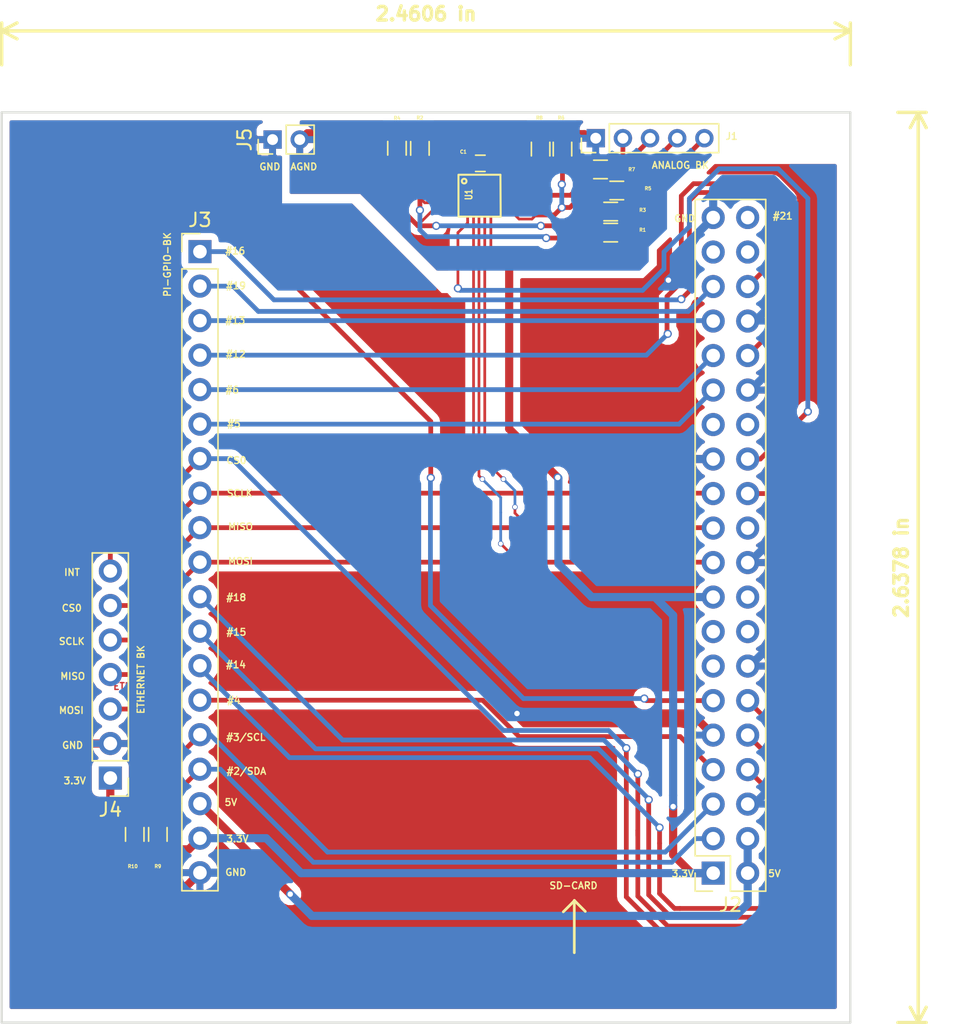
<source format=kicad_pcb>
(kicad_pcb (version 4) (host pcbnew 4.0.6-e0-6349~53~ubuntu16.04.1)

  (general
    (links 65)
    (no_connects 0)
    (area 52.924999 23.1 122.833334 97.075001)
    (thickness 1.6)
    (drawings 46)
    (tracks 387)
    (zones 0)
    (modules 17)
    (nets 41)
  )

  (page A4)
  (layers
    (0 F.Cu signal)
    (31 B.Cu signal)
    (33 F.Adhes user)
    (35 F.Paste user)
    (37 F.SilkS user)
    (39 F.Mask user)
    (40 Dwgs.User user)
    (41 Cmts.User user)
    (42 Eco1.User user)
    (43 Eco2.User user)
    (44 Edge.Cuts user)
    (45 Margin user)
    (47 F.CrtYd user)
    (49 F.Fab user)
  )

  (setup
    (last_trace_width 0.35)
    (user_trace_width 0.2)
    (user_trace_width 0.25)
    (user_trace_width 0.35)
    (user_trace_width 0.45)
    (user_trace_width 0.5)
    (trace_clearance 0.25)
    (zone_clearance 0.508)
    (zone_45_only no)
    (trace_min 0.2)
    (segment_width 0.2)
    (edge_width 0.15)
    (via_size 0.6)
    (via_drill 0.4)
    (via_min_size 0.4)
    (via_min_drill 0.3)
    (uvia_size 0.3)
    (uvia_drill 0.1)
    (uvias_allowed no)
    (uvia_min_size 0.2)
    (uvia_min_drill 0.1)
    (pcb_text_width 0.1)
    (pcb_text_size 0.5 0.5)
    (mod_edge_width 0.15)
    (mod_text_size 1 1)
    (mod_text_width 0.15)
    (pad_size 1.524 1.524)
    (pad_drill 0.762)
    (pad_to_mask_clearance 0.2)
    (aux_axis_origin 0 0)
    (visible_elements FFFFFF7F)
    (pcbplotparams
      (layerselection 0x2bfaa_80000001)
      (usegerberextensions false)
      (excludeedgelayer true)
      (linewidth 0.100000)
      (plotframeref false)
      (viasonmask false)
      (mode 1)
      (useauxorigin false)
      (hpglpennumber 1)
      (hpglpenspeed 20)
      (hpglpendiameter 15)
      (hpglpenoverlay 2)
      (psnegative false)
      (psa4output false)
      (plotreference true)
      (plotvalue true)
      (plotinvisibletext false)
      (padsonsilk false)
      (subtractmaskfromsilk false)
      (outputformat 1)
      (mirror false)
      (drillshape 0)
      (scaleselection 1)
      (outputdirectory /home/vivek/kicadvivekiitb/TOPBOARD/GERBER/))
  )

  (net 0 "")
  (net 1 GNDA)
  (net 2 +3V3)
  (net 3 /AN4)
  (net 4 /AN3)
  (net 5 /AN2)
  (net 6 /AN1)
  (net 7 +5V)
  (net 8 /SDA)
  (net 9 /SCL)
  (net 10 GND)
  (net 11 /7)
  (net 12 /8)
  (net 13 /10)
  (net 14 /12)
  (net 15 "Net-(J2-Pad13)")
  (net 16 "Net-(J2-Pad15)")
  (net 17 "Net-(J2-Pad16)")
  (net 18 "Net-(J2-Pad18)")
  (net 19 /MOSI)
  (net 20 /MISO)
  (net 21 /SCLK)
  (net 22 /CS)
  (net 23 "Net-(J2-Pad27)")
  (net 24 "Net-(J2-Pad28)")
  (net 25 /29)
  (net 26 /31)
  (net 27 /32)
  (net 28 /33)
  (net 29 /35)
  (net 30 /36)
  (net 31 "Net-(J2-Pad37)")
  (net 32 "Net-(J2-Pad38)")
  (net 33 "Net-(J2-Pad40)")
  (net 34 /A1)
  (net 35 /A2)
  (net 36 /A3)
  (net 37 /A4)
  (net 38 /CS0)
  (net 39 /INT)
  (net 40 "Net-(J2-Pad22)")

  (net_class Default "This is the default net class."
    (clearance 0.25)
    (trace_width 0.35)
    (via_dia 0.6)
    (via_drill 0.4)
    (uvia_dia 0.3)
    (uvia_drill 0.1)
    (add_net /10)
    (add_net /12)
    (add_net /29)
    (add_net /31)
    (add_net /32)
    (add_net /33)
    (add_net /35)
    (add_net /36)
    (add_net /7)
    (add_net /8)
    (add_net /A1)
    (add_net /A2)
    (add_net /A3)
    (add_net /A4)
    (add_net /AN1)
    (add_net /AN2)
    (add_net /AN3)
    (add_net /AN4)
    (add_net /CS0)
    (add_net /INT)
    (add_net /SCL)
    (add_net /SDA)
    (add_net "Net-(J2-Pad13)")
    (add_net "Net-(J2-Pad15)")
    (add_net "Net-(J2-Pad16)")
    (add_net "Net-(J2-Pad18)")
    (add_net "Net-(J2-Pad22)")
    (add_net "Net-(J2-Pad27)")
    (add_net "Net-(J2-Pad28)")
    (add_net "Net-(J2-Pad37)")
    (add_net "Net-(J2-Pad38)")
    (add_net "Net-(J2-Pad40)")
  )

  (net_class AN ""
    (clearance 0.2)
    (trace_width 0.2)
    (via_dia 0.4)
    (via_drill 0.3)
    (uvia_dia 0.2)
    (uvia_drill 0.1)
    (add_net /CS)
    (add_net /MISO)
    (add_net /MOSI)
    (add_net /SCLK)
  )

  (net_class PWR ""
    (clearance 0.25)
    (trace_width 0.6)
    (via_dia 0.6)
    (via_drill 0.4)
    (uvia_dia 0.3)
    (uvia_drill 0.1)
    (add_net +3V3)
    (add_net +5V)
    (add_net GND)
    (add_net GNDA)
  )

  (module Capacitors_SMD:C_0603_HandSoldering placed (layer F.Cu) (tedit 59422137) (tstamp 59412780)
    (at 88.25 33.75)
    (descr "Capacitor SMD 0603, hand soldering")
    (tags "capacitor 0603")
    (path /593F7FC7)
    (attr smd)
    (fp_text reference C1 (at -1.25 -0.85) (layer F.SilkS)
      (effects (font (size 0.25 0.25) (thickness 0.0625)))
    )
    (fp_text value 100n (at 0.05 -0.9) (layer F.Fab)
      (effects (font (size 0.25 0.25) (thickness 0.0625)))
    )
    (fp_text user %R (at 1.35 -0.9) (layer F.Fab)
      (effects (font (size 0.25 0.25) (thickness 0.0625)))
    )
    (fp_line (start -0.8 0.4) (end -0.8 -0.4) (layer F.Fab) (width 0.1))
    (fp_line (start 0.8 0.4) (end -0.8 0.4) (layer F.Fab) (width 0.1))
    (fp_line (start 0.8 -0.4) (end 0.8 0.4) (layer F.Fab) (width 0.1))
    (fp_line (start -0.8 -0.4) (end 0.8 -0.4) (layer F.Fab) (width 0.1))
    (fp_line (start -0.35 -0.6) (end 0.35 -0.6) (layer F.SilkS) (width 0.12))
    (fp_line (start 0.35 0.6) (end -0.35 0.6) (layer F.SilkS) (width 0.12))
    (fp_line (start -1.8 -0.65) (end 1.8 -0.65) (layer F.CrtYd) (width 0.05))
    (fp_line (start -1.8 -0.65) (end -1.8 0.65) (layer F.CrtYd) (width 0.05))
    (fp_line (start 1.8 0.65) (end 1.8 -0.65) (layer F.CrtYd) (width 0.05))
    (fp_line (start 1.8 0.65) (end -1.8 0.65) (layer F.CrtYd) (width 0.05))
    (pad 1 smd rect (at -0.95 0) (size 1.2 0.75) (layers F.Cu F.Paste F.Mask)
      (net 1 GNDA))
    (pad 2 smd rect (at 0.95 0) (size 1.2 0.75) (layers F.Cu F.Paste F.Mask)
      (net 2 +3V3))
    (model Capacitors_SMD.3dshapes/C_0603.wrl
      (at (xyz 0 0 0))
      (scale (xyz 1 1 1))
      (rotate (xyz 0 0 0))
    )
  )

  (module Socket_Strips:Socket_Strip_Straight_1x05_Pitch2.00mm placed (layer F.Cu) (tedit 594B68CD) (tstamp 59412789)
    (at 96.75 31.9 90)
    (descr "Through hole straight socket strip, 1x05, 2.00mm pitch, single row")
    (tags "Through hole socket strip THT 1x05 2.00mm single row")
    (path /593F70E9)
    (fp_text reference J1 (at 0.14 10.01 180) (layer F.SilkS)
      (effects (font (size 0.5 0.5) (thickness 0.1)))
    )
    (fp_text value "ANALOG BK" (at 1.44 3.87 180) (layer F.Fab)
      (effects (font (size 0.5 0.5) (thickness 0.1)))
    )
    (fp_line (start -1 -1) (end -1 9) (layer F.Fab) (width 0.1))
    (fp_line (start -1 9) (end 1 9) (layer F.Fab) (width 0.1))
    (fp_line (start 1 9) (end 1 -1) (layer F.Fab) (width 0.1))
    (fp_line (start 1 -1) (end -1 -1) (layer F.Fab) (width 0.1))
    (fp_line (start -1.06 1) (end -1.06 9.06) (layer F.SilkS) (width 0.12))
    (fp_line (start -1.06 9.06) (end 1.06 9.06) (layer F.SilkS) (width 0.12))
    (fp_line (start 1.06 9.06) (end 1.06 1) (layer F.SilkS) (width 0.12))
    (fp_line (start 1.06 1) (end -1.06 1) (layer F.SilkS) (width 0.12))
    (fp_line (start -1.06 0) (end -1.06 -1.06) (layer F.SilkS) (width 0.12))
    (fp_line (start -1.06 -1.06) (end 0 -1.06) (layer F.SilkS) (width 0.12))
    (fp_line (start -1.5 -1.5) (end -1.5 9.5) (layer F.CrtYd) (width 0.05))
    (fp_line (start -1.5 9.5) (end 1.5 9.5) (layer F.CrtYd) (width 0.05))
    (fp_line (start 1.5 9.5) (end 1.5 -1.5) (layer F.CrtYd) (width 0.05))
    (fp_line (start 1.5 -1.5) (end -1.5 -1.5) (layer F.CrtYd) (width 0.05))
    (fp_text user %R (at 0.14 10.01 180) (layer F.Fab)
      (effects (font (size 0.5 0.5) (thickness 0.1)))
    )
    (pad 1 thru_hole rect (at 0 0 90) (size 1.35 1.35) (drill 0.8) (layers *.Cu *.Mask)
      (net 1 GNDA))
    (pad 2 thru_hole oval (at 0 2 90) (size 1.35 1.35) (drill 0.8) (layers *.Cu *.Mask)
      (net 3 /AN4))
    (pad 3 thru_hole oval (at 0 4 90) (size 1.35 1.35) (drill 0.8) (layers *.Cu *.Mask)
      (net 4 /AN3))
    (pad 4 thru_hole oval (at 0 6 90) (size 1.35 1.35) (drill 0.8) (layers *.Cu *.Mask)
      (net 5 /AN2))
    (pad 5 thru_hole oval (at 0 8 90) (size 1.35 1.35) (drill 0.8) (layers *.Cu *.Mask)
      (net 6 /AN1))
    (model ${KISYS3DMOD}/Socket_Strips.3dshapes/Socket_Strip_Straight_1x05_Pitch2.00mm.wrl
      (at (xyz 0 0 0))
      (scale (xyz 1 1 1))
      (rotate (xyz 0 0 0))
    )
  )

  (module Socket_Strips:Socket_Strip_Straight_2x20_Pitch2.54mm placed (layer F.Cu) (tedit 59421CD0) (tstamp 594127B5)
    (at 105.4 86 180)
    (descr "Through hole straight socket strip, 2x20, 2.54mm pitch, double rows")
    (tags "Through hole socket strip THT 2x20 2.54mm double row")
    (path /593F7136)
    (fp_text reference J2 (at -1.27 -2.33 180) (layer F.SilkS)
      (effects (font (size 1 1) (thickness 0.15)))
    )
    (fp_text value PI_BK (at -1.27 50.59 180) (layer F.Fab)
      (effects (font (size 0.5 0.5) (thickness 0.1)))
    )
    (fp_line (start -3.81 -1.27) (end -3.81 49.53) (layer F.Fab) (width 0.1))
    (fp_line (start -3.81 49.53) (end 1.27 49.53) (layer F.Fab) (width 0.1))
    (fp_line (start 1.27 49.53) (end 1.27 -1.27) (layer F.Fab) (width 0.1))
    (fp_line (start 1.27 -1.27) (end -3.81 -1.27) (layer F.Fab) (width 0.1))
    (fp_line (start 1.33 1.27) (end 1.33 49.59) (layer F.SilkS) (width 0.12))
    (fp_line (start 1.33 49.59) (end -3.87 49.59) (layer F.SilkS) (width 0.12))
    (fp_line (start -3.87 49.59) (end -3.87 -1.33) (layer F.SilkS) (width 0.12))
    (fp_line (start -3.87 -1.33) (end -1.27 -1.33) (layer F.SilkS) (width 0.12))
    (fp_line (start -1.27 -1.33) (end -1.27 1.27) (layer F.SilkS) (width 0.12))
    (fp_line (start -1.27 1.27) (end 1.33 1.27) (layer F.SilkS) (width 0.12))
    (fp_line (start 1.33 0) (end 1.33 -1.33) (layer F.SilkS) (width 0.12))
    (fp_line (start 1.33 -1.33) (end 0.06 -1.33) (layer F.SilkS) (width 0.12))
    (fp_line (start -4.35 -1.8) (end -4.35 50.05) (layer F.CrtYd) (width 0.05))
    (fp_line (start -4.35 50.05) (end 1.8 50.05) (layer F.CrtYd) (width 0.05))
    (fp_line (start 1.8 50.05) (end 1.8 -1.8) (layer F.CrtYd) (width 0.05))
    (fp_line (start 1.8 -1.8) (end -4.35 -1.8) (layer F.CrtYd) (width 0.05))
    (fp_text user %R (at -1.27 -2.33 180) (layer F.Fab)
      (effects (font (size 1 1) (thickness 0.15)))
    )
    (pad 1 thru_hole rect (at 0 0 180) (size 1.7 1.7) (drill 1) (layers *.Cu *.Mask)
      (net 2 +3V3))
    (pad 2 thru_hole oval (at -2.54 0 180) (size 1.7 1.7) (drill 1) (layers *.Cu *.Mask)
      (net 7 +5V))
    (pad 3 thru_hole oval (at 0 2.54 180) (size 1.7 1.7) (drill 1) (layers *.Cu *.Mask)
      (net 8 /SDA))
    (pad 4 thru_hole oval (at -2.54 2.54 180) (size 1.7 1.7) (drill 1) (layers *.Cu *.Mask)
      (net 7 +5V))
    (pad 5 thru_hole oval (at 0 5.08 180) (size 1.7 1.7) (drill 1) (layers *.Cu *.Mask)
      (net 9 /SCL))
    (pad 6 thru_hole oval (at -2.54 5.08 180) (size 1.7 1.7) (drill 1) (layers *.Cu *.Mask)
      (net 10 GND))
    (pad 7 thru_hole oval (at 0 7.62 180) (size 1.7 1.7) (drill 1) (layers *.Cu *.Mask)
      (net 11 /7))
    (pad 8 thru_hole oval (at -2.54 7.62 180) (size 1.7 1.7) (drill 1) (layers *.Cu *.Mask)
      (net 12 /8))
    (pad 9 thru_hole oval (at 0 10.16 180) (size 1.7 1.7) (drill 1) (layers *.Cu *.Mask)
      (net 10 GND))
    (pad 10 thru_hole oval (at -2.54 10.16 180) (size 1.7 1.7) (drill 1) (layers *.Cu *.Mask)
      (net 13 /10))
    (pad 11 thru_hole oval (at 0 12.7 180) (size 1.7 1.7) (drill 1) (layers *.Cu *.Mask)
      (net 39 /INT))
    (pad 12 thru_hole oval (at -2.54 12.7 180) (size 1.7 1.7) (drill 1) (layers *.Cu *.Mask)
      (net 14 /12))
    (pad 13 thru_hole oval (at 0 15.24 180) (size 1.7 1.7) (drill 1) (layers *.Cu *.Mask)
      (net 15 "Net-(J2-Pad13)"))
    (pad 14 thru_hole oval (at -2.54 15.24 180) (size 1.7 1.7) (drill 1) (layers *.Cu *.Mask)
      (net 10 GND))
    (pad 15 thru_hole oval (at 0 17.78 180) (size 1.7 1.7) (drill 1) (layers *.Cu *.Mask)
      (net 16 "Net-(J2-Pad15)"))
    (pad 16 thru_hole oval (at -2.54 17.78 180) (size 1.7 1.7) (drill 1) (layers *.Cu *.Mask)
      (net 17 "Net-(J2-Pad16)"))
    (pad 17 thru_hole oval (at 0 20.32 180) (size 1.7 1.7) (drill 1) (layers *.Cu *.Mask)
      (net 2 +3V3))
    (pad 18 thru_hole oval (at -2.54 20.32 180) (size 1.7 1.7) (drill 1) (layers *.Cu *.Mask)
      (net 18 "Net-(J2-Pad18)"))
    (pad 19 thru_hole oval (at 0 22.86 180) (size 1.7 1.7) (drill 1) (layers *.Cu *.Mask)
      (net 19 /MOSI))
    (pad 20 thru_hole oval (at -2.54 22.86 180) (size 1.7 1.7) (drill 1) (layers *.Cu *.Mask)
      (net 10 GND))
    (pad 21 thru_hole oval (at 0 25.4 180) (size 1.7 1.7) (drill 1) (layers *.Cu *.Mask)
      (net 20 /MISO))
    (pad 22 thru_hole oval (at -2.54 25.4 180) (size 1.7 1.7) (drill 1) (layers *.Cu *.Mask)
      (net 40 "Net-(J2-Pad22)"))
    (pad 23 thru_hole oval (at 0 27.94 180) (size 1.7 1.7) (drill 1) (layers *.Cu *.Mask)
      (net 21 /SCLK))
    (pad 24 thru_hole oval (at -2.54 27.94 180) (size 1.7 1.7) (drill 1) (layers *.Cu *.Mask)
      (net 38 /CS0))
    (pad 25 thru_hole oval (at 0 30.48 180) (size 1.7 1.7) (drill 1) (layers *.Cu *.Mask)
      (net 10 GND))
    (pad 26 thru_hole oval (at -2.54 30.48 180) (size 1.7 1.7) (drill 1) (layers *.Cu *.Mask)
      (net 22 /CS))
    (pad 27 thru_hole oval (at 0 33.02 180) (size 1.7 1.7) (drill 1) (layers *.Cu *.Mask)
      (net 23 "Net-(J2-Pad27)"))
    (pad 28 thru_hole oval (at -2.54 33.02 180) (size 1.7 1.7) (drill 1) (layers *.Cu *.Mask)
      (net 24 "Net-(J2-Pad28)"))
    (pad 29 thru_hole oval (at 0 35.56 180) (size 1.7 1.7) (drill 1) (layers *.Cu *.Mask)
      (net 25 /29))
    (pad 30 thru_hole oval (at -2.54 35.56 180) (size 1.7 1.7) (drill 1) (layers *.Cu *.Mask)
      (net 10 GND))
    (pad 31 thru_hole oval (at 0 38.1 180) (size 1.7 1.7) (drill 1) (layers *.Cu *.Mask)
      (net 26 /31))
    (pad 32 thru_hole oval (at -2.54 38.1 180) (size 1.7 1.7) (drill 1) (layers *.Cu *.Mask)
      (net 27 /32))
    (pad 33 thru_hole oval (at 0 40.64 180) (size 1.7 1.7) (drill 1) (layers *.Cu *.Mask)
      (net 28 /33))
    (pad 34 thru_hole oval (at -2.54 40.64 180) (size 1.7 1.7) (drill 1) (layers *.Cu *.Mask)
      (net 10 GND))
    (pad 35 thru_hole oval (at 0 43.18 180) (size 1.7 1.7) (drill 1) (layers *.Cu *.Mask)
      (net 29 /35))
    (pad 36 thru_hole oval (at -2.54 43.18 180) (size 1.7 1.7) (drill 1) (layers *.Cu *.Mask)
      (net 30 /36))
    (pad 37 thru_hole oval (at 0 45.72 180) (size 1.7 1.7) (drill 1) (layers *.Cu *.Mask)
      (net 31 "Net-(J2-Pad37)"))
    (pad 38 thru_hole oval (at -2.54 45.72 180) (size 1.7 1.7) (drill 1) (layers *.Cu *.Mask)
      (net 32 "Net-(J2-Pad38)"))
    (pad 39 thru_hole oval (at 0 48.26 180) (size 1.7 1.7) (drill 1) (layers *.Cu *.Mask)
      (net 10 GND))
    (pad 40 thru_hole oval (at -2.54 48.26 180) (size 1.7 1.7) (drill 1) (layers *.Cu *.Mask)
      (net 33 "Net-(J2-Pad40)"))
    (model ${KISYS3DMOD}/Socket_Strips.3dshapes/Socket_Strip_Straight_2x20_Pitch2.54mm.wrl
      (at (xyz -0.05 -0.95 0))
      (scale (xyz 1 1 1))
      (rotate (xyz 0 0 270))
    )
  )

  (module Resistors_SMD:R_0603_HandSoldering placed (layer F.Cu) (tedit 594B6938) (tstamp 594127D3)
    (at 97.85 38.85)
    (descr "Resistor SMD 0603, hand soldering")
    (tags "resistor 0603")
    (path /593F7175)
    (attr smd)
    (fp_text reference R1 (at 2.35 -0.2) (layer F.SilkS)
      (effects (font (size 0.25 0.25) (thickness 0.0625)))
    )
    (fp_text value 10K (at 2.41 0.26) (layer F.Fab)
      (effects (font (size 0.25 0.25) (thickness 0.0625)))
    )
    (fp_text user %R (at 0 0) (layer F.Fab)
      (effects (font (size 0.5 0.5) (thickness 0.075)))
    )
    (fp_line (start -0.8 0.4) (end -0.8 -0.4) (layer F.Fab) (width 0.1))
    (fp_line (start 0.8 0.4) (end -0.8 0.4) (layer F.Fab) (width 0.1))
    (fp_line (start 0.8 -0.4) (end 0.8 0.4) (layer F.Fab) (width 0.1))
    (fp_line (start -0.8 -0.4) (end 0.8 -0.4) (layer F.Fab) (width 0.1))
    (fp_line (start 0.5 0.68) (end -0.5 0.68) (layer F.SilkS) (width 0.12))
    (fp_line (start -0.5 -0.68) (end 0.5 -0.68) (layer F.SilkS) (width 0.12))
    (fp_line (start -1.96 -0.7) (end 1.95 -0.7) (layer F.CrtYd) (width 0.05))
    (fp_line (start -1.96 -0.7) (end -1.96 0.7) (layer F.CrtYd) (width 0.05))
    (fp_line (start 1.95 0.7) (end 1.95 -0.7) (layer F.CrtYd) (width 0.05))
    (fp_line (start 1.95 0.7) (end -1.96 0.7) (layer F.CrtYd) (width 0.05))
    (pad 1 smd rect (at -1.1 0) (size 1.2 0.9) (layers F.Cu F.Paste F.Mask)
      (net 34 /A1))
    (pad 2 smd rect (at 1.1 0) (size 1.2 0.9) (layers F.Cu F.Paste F.Mask)
      (net 6 /AN1))
    (model ${KISYS3DMOD}/Resistors_SMD.3dshapes/R_0603.wrl
      (at (xyz 0 0 0))
      (scale (xyz 1 1 1))
      (rotate (xyz 0 0 0))
    )
  )

  (module Resistors_SMD:R_0603_HandSoldering placed (layer F.Cu) (tedit 594B6951) (tstamp 594127D9)
    (at 83.8 32.65 270)
    (descr "Resistor SMD 0603, hand soldering")
    (tags "resistor 0603")
    (path /593F71B4)
    (attr smd)
    (fp_text reference R2 (at -2.25 0 360) (layer F.SilkS)
      (effects (font (size 0.25 0.25) (thickness 0.0625)))
    )
    (fp_text value 5K (at -2.23 0.48 360) (layer F.Fab)
      (effects (font (size 0.25 0.25) (thickness 0.0625)))
    )
    (fp_text user %R (at 0 0 270) (layer F.Fab)
      (effects (font (size 0.5 0.5) (thickness 0.075)))
    )
    (fp_line (start -0.8 0.4) (end -0.8 -0.4) (layer F.Fab) (width 0.1))
    (fp_line (start 0.8 0.4) (end -0.8 0.4) (layer F.Fab) (width 0.1))
    (fp_line (start 0.8 -0.4) (end 0.8 0.4) (layer F.Fab) (width 0.1))
    (fp_line (start -0.8 -0.4) (end 0.8 -0.4) (layer F.Fab) (width 0.1))
    (fp_line (start 0.5 0.68) (end -0.5 0.68) (layer F.SilkS) (width 0.12))
    (fp_line (start -0.5 -0.68) (end 0.5 -0.68) (layer F.SilkS) (width 0.12))
    (fp_line (start -1.96 -0.7) (end 1.95 -0.7) (layer F.CrtYd) (width 0.05))
    (fp_line (start -1.96 -0.7) (end -1.96 0.7) (layer F.CrtYd) (width 0.05))
    (fp_line (start 1.95 0.7) (end 1.95 -0.7) (layer F.CrtYd) (width 0.05))
    (fp_line (start 1.95 0.7) (end -1.96 0.7) (layer F.CrtYd) (width 0.05))
    (pad 1 smd rect (at -1.1 0 270) (size 1.2 0.9) (layers F.Cu F.Paste F.Mask)
      (net 1 GNDA))
    (pad 2 smd rect (at 1.1 0 270) (size 1.2 0.9) (layers F.Cu F.Paste F.Mask)
      (net 34 /A1))
    (model ${KISYS3DMOD}/Resistors_SMD.3dshapes/R_0603.wrl
      (at (xyz 0 0 0))
      (scale (xyz 1 1 1))
      (rotate (xyz 0 0 0))
    )
  )

  (module Resistors_SMD:R_0603_HandSoldering placed (layer F.Cu) (tedit 594B692A) (tstamp 594127DF)
    (at 97.85 37.3)
    (descr "Resistor SMD 0603, hand soldering")
    (tags "resistor 0603")
    (path /593F71D3)
    (attr smd)
    (fp_text reference R3 (at 2.35 -0.11) (layer F.SilkS)
      (effects (font (size 0.25 0.25) (thickness 0.0625)))
    )
    (fp_text value 10K (at 2.41 0.24) (layer F.Fab)
      (effects (font (size 0.25 0.25) (thickness 0.0625)))
    )
    (fp_text user %R (at 0 0) (layer F.Fab)
      (effects (font (size 0.5 0.5) (thickness 0.075)))
    )
    (fp_line (start -0.8 0.4) (end -0.8 -0.4) (layer F.Fab) (width 0.1))
    (fp_line (start 0.8 0.4) (end -0.8 0.4) (layer F.Fab) (width 0.1))
    (fp_line (start 0.8 -0.4) (end 0.8 0.4) (layer F.Fab) (width 0.1))
    (fp_line (start -0.8 -0.4) (end 0.8 -0.4) (layer F.Fab) (width 0.1))
    (fp_line (start 0.5 0.68) (end -0.5 0.68) (layer F.SilkS) (width 0.12))
    (fp_line (start -0.5 -0.68) (end 0.5 -0.68) (layer F.SilkS) (width 0.12))
    (fp_line (start -1.96 -0.7) (end 1.95 -0.7) (layer F.CrtYd) (width 0.05))
    (fp_line (start -1.96 -0.7) (end -1.96 0.7) (layer F.CrtYd) (width 0.05))
    (fp_line (start 1.95 0.7) (end 1.95 -0.7) (layer F.CrtYd) (width 0.05))
    (fp_line (start 1.95 0.7) (end -1.96 0.7) (layer F.CrtYd) (width 0.05))
    (pad 1 smd rect (at -1.1 0) (size 1.2 0.9) (layers F.Cu F.Paste F.Mask)
      (net 35 /A2))
    (pad 2 smd rect (at 1.1 0) (size 1.2 0.9) (layers F.Cu F.Paste F.Mask)
      (net 5 /AN2))
    (model ${KISYS3DMOD}/Resistors_SMD.3dshapes/R_0603.wrl
      (at (xyz 0 0 0))
      (scale (xyz 1 1 1))
      (rotate (xyz 0 0 0))
    )
  )

  (module Resistors_SMD:R_0603_HandSoldering placed (layer F.Cu) (tedit 594B694E) (tstamp 594127E5)
    (at 82.11 32.64 270)
    (descr "Resistor SMD 0603, hand soldering")
    (tags "resistor 0603")
    (path /593F7204)
    (attr smd)
    (fp_text reference R4 (at -2.22 -0.01 360) (layer F.SilkS)
      (effects (font (size 0.25 0.25) (thickness 0.0625)))
    )
    (fp_text value 5K (at -2.24 0.47 360) (layer F.Fab)
      (effects (font (size 0.25 0.25) (thickness 0.0625)))
    )
    (fp_text user %R (at 0 0 270) (layer F.Fab)
      (effects (font (size 0.5 0.5) (thickness 0.075)))
    )
    (fp_line (start -0.8 0.4) (end -0.8 -0.4) (layer F.Fab) (width 0.1))
    (fp_line (start 0.8 0.4) (end -0.8 0.4) (layer F.Fab) (width 0.1))
    (fp_line (start 0.8 -0.4) (end 0.8 0.4) (layer F.Fab) (width 0.1))
    (fp_line (start -0.8 -0.4) (end 0.8 -0.4) (layer F.Fab) (width 0.1))
    (fp_line (start 0.5 0.68) (end -0.5 0.68) (layer F.SilkS) (width 0.12))
    (fp_line (start -0.5 -0.68) (end 0.5 -0.68) (layer F.SilkS) (width 0.12))
    (fp_line (start -1.96 -0.7) (end 1.95 -0.7) (layer F.CrtYd) (width 0.05))
    (fp_line (start -1.96 -0.7) (end -1.96 0.7) (layer F.CrtYd) (width 0.05))
    (fp_line (start 1.95 0.7) (end 1.95 -0.7) (layer F.CrtYd) (width 0.05))
    (fp_line (start 1.95 0.7) (end -1.96 0.7) (layer F.CrtYd) (width 0.05))
    (pad 1 smd rect (at -1.1 0 270) (size 1.2 0.9) (layers F.Cu F.Paste F.Mask)
      (net 1 GNDA))
    (pad 2 smd rect (at 1.1 0 270) (size 1.2 0.9) (layers F.Cu F.Paste F.Mask)
      (net 35 /A2))
    (model ${KISYS3DMOD}/Resistors_SMD.3dshapes/R_0603.wrl
      (at (xyz 0 0 0))
      (scale (xyz 1 1 1))
      (rotate (xyz 0 0 0))
    )
  )

  (module Resistors_SMD:R_0603_HandSoldering placed (layer F.Cu) (tedit 594B691F) (tstamp 594127EB)
    (at 98.3 35.75)
    (descr "Resistor SMD 0603, hand soldering")
    (tags "resistor 0603")
    (path /593F7243)
    (attr smd)
    (fp_text reference R5 (at 2.3 -0.15) (layer F.SilkS)
      (effects (font (size 0.25 0.25) (thickness 0.0625)))
    )
    (fp_text value 10K (at 2.36 0.31) (layer F.Fab)
      (effects (font (size 0.25 0.25) (thickness 0.0625)))
    )
    (fp_text user %R (at 0 0) (layer F.Fab)
      (effects (font (size 0.5 0.5) (thickness 0.075)))
    )
    (fp_line (start -0.8 0.4) (end -0.8 -0.4) (layer F.Fab) (width 0.1))
    (fp_line (start 0.8 0.4) (end -0.8 0.4) (layer F.Fab) (width 0.1))
    (fp_line (start 0.8 -0.4) (end 0.8 0.4) (layer F.Fab) (width 0.1))
    (fp_line (start -0.8 -0.4) (end 0.8 -0.4) (layer F.Fab) (width 0.1))
    (fp_line (start 0.5 0.68) (end -0.5 0.68) (layer F.SilkS) (width 0.12))
    (fp_line (start -0.5 -0.68) (end 0.5 -0.68) (layer F.SilkS) (width 0.12))
    (fp_line (start -1.96 -0.7) (end 1.95 -0.7) (layer F.CrtYd) (width 0.05))
    (fp_line (start -1.96 -0.7) (end -1.96 0.7) (layer F.CrtYd) (width 0.05))
    (fp_line (start 1.95 0.7) (end 1.95 -0.7) (layer F.CrtYd) (width 0.05))
    (fp_line (start 1.95 0.7) (end -1.96 0.7) (layer F.CrtYd) (width 0.05))
    (pad 1 smd rect (at -1.1 0) (size 1.2 0.9) (layers F.Cu F.Paste F.Mask)
      (net 36 /A3))
    (pad 2 smd rect (at 1.1 0) (size 1.2 0.9) (layers F.Cu F.Paste F.Mask)
      (net 4 /AN3))
    (model ${KISYS3DMOD}/Resistors_SMD.3dshapes/R_0603.wrl
      (at (xyz 0 0 0))
      (scale (xyz 1 1 1))
      (rotate (xyz 0 0 0))
    )
  )

  (module Resistors_SMD:R_0603_HandSoldering placed (layer F.Cu) (tedit 594B6910) (tstamp 594127F1)
    (at 94.3 32.7 270)
    (descr "Resistor SMD 0603, hand soldering")
    (tags "resistor 0603")
    (path /593F727E)
    (attr smd)
    (fp_text reference R6 (at -2.3 0.1 360) (layer F.SilkS)
      (effects (font (size 0.25 0.25) (thickness 0.0625)))
    )
    (fp_text value 5K (at -2.3 0.57 360) (layer F.Fab)
      (effects (font (size 0.25 0.25) (thickness 0.0625)))
    )
    (fp_text user %R (at 0 0 270) (layer F.Fab)
      (effects (font (size 0.5 0.5) (thickness 0.075)))
    )
    (fp_line (start -0.8 0.4) (end -0.8 -0.4) (layer F.Fab) (width 0.1))
    (fp_line (start 0.8 0.4) (end -0.8 0.4) (layer F.Fab) (width 0.1))
    (fp_line (start 0.8 -0.4) (end 0.8 0.4) (layer F.Fab) (width 0.1))
    (fp_line (start -0.8 -0.4) (end 0.8 -0.4) (layer F.Fab) (width 0.1))
    (fp_line (start 0.5 0.68) (end -0.5 0.68) (layer F.SilkS) (width 0.12))
    (fp_line (start -0.5 -0.68) (end 0.5 -0.68) (layer F.SilkS) (width 0.12))
    (fp_line (start -1.96 -0.7) (end 1.95 -0.7) (layer F.CrtYd) (width 0.05))
    (fp_line (start -1.96 -0.7) (end -1.96 0.7) (layer F.CrtYd) (width 0.05))
    (fp_line (start 1.95 0.7) (end 1.95 -0.7) (layer F.CrtYd) (width 0.05))
    (fp_line (start 1.95 0.7) (end -1.96 0.7) (layer F.CrtYd) (width 0.05))
    (pad 1 smd rect (at -1.1 0 270) (size 1.2 0.9) (layers F.Cu F.Paste F.Mask)
      (net 1 GNDA))
    (pad 2 smd rect (at 1.1 0 270) (size 1.2 0.9) (layers F.Cu F.Paste F.Mask)
      (net 36 /A3))
    (model ${KISYS3DMOD}/Resistors_SMD.3dshapes/R_0603.wrl
      (at (xyz 0 0 0))
      (scale (xyz 1 1 1))
      (rotate (xyz 0 0 0))
    )
  )

  (module Resistors_SMD:R_0603_HandSoldering placed (layer F.Cu) (tedit 594B691A) (tstamp 594127F7)
    (at 97.1 34.2)
    (descr "Resistor SMD 0603, hand soldering")
    (tags "resistor 0603")
    (path /593F72C7)
    (attr smd)
    (fp_text reference R7 (at 2.3 0) (layer F.SilkS)
      (effects (font (size 0.25 0.25) (thickness 0.0625)))
    )
    (fp_text value 10K (at 2.41 0.38) (layer F.Fab)
      (effects (font (size 0.25 0.25) (thickness 0.0625)))
    )
    (fp_text user %R (at 0 0) (layer F.Fab)
      (effects (font (size 0.5 0.5) (thickness 0.075)))
    )
    (fp_line (start -0.8 0.4) (end -0.8 -0.4) (layer F.Fab) (width 0.1))
    (fp_line (start 0.8 0.4) (end -0.8 0.4) (layer F.Fab) (width 0.1))
    (fp_line (start 0.8 -0.4) (end 0.8 0.4) (layer F.Fab) (width 0.1))
    (fp_line (start -0.8 -0.4) (end 0.8 -0.4) (layer F.Fab) (width 0.1))
    (fp_line (start 0.5 0.68) (end -0.5 0.68) (layer F.SilkS) (width 0.12))
    (fp_line (start -0.5 -0.68) (end 0.5 -0.68) (layer F.SilkS) (width 0.12))
    (fp_line (start -1.96 -0.7) (end 1.95 -0.7) (layer F.CrtYd) (width 0.05))
    (fp_line (start -1.96 -0.7) (end -1.96 0.7) (layer F.CrtYd) (width 0.05))
    (fp_line (start 1.95 0.7) (end 1.95 -0.7) (layer F.CrtYd) (width 0.05))
    (fp_line (start 1.95 0.7) (end -1.96 0.7) (layer F.CrtYd) (width 0.05))
    (pad 1 smd rect (at -1.1 0) (size 1.2 0.9) (layers F.Cu F.Paste F.Mask)
      (net 37 /A4))
    (pad 2 smd rect (at 1.1 0) (size 1.2 0.9) (layers F.Cu F.Paste F.Mask)
      (net 3 /AN4))
    (model ${KISYS3DMOD}/Resistors_SMD.3dshapes/R_0603.wrl
      (at (xyz 0 0 0))
      (scale (xyz 1 1 1))
      (rotate (xyz 0 0 0))
    )
  )

  (module Resistors_SMD:R_0603_HandSoldering placed (layer F.Cu) (tedit 594B6907) (tstamp 594127FD)
    (at 92.69 32.7 270)
    (descr "Resistor SMD 0603, hand soldering")
    (tags "resistor 0603")
    (path /593F7326)
    (attr smd)
    (fp_text reference R8 (at -2.3 0.09 360) (layer F.SilkS)
      (effects (font (size 0.25 0.25) (thickness 0.0625)))
    )
    (fp_text value 5K (at -2.28 0.6 360) (layer F.Fab)
      (effects (font (size 0.25 0.25) (thickness 0.0625)))
    )
    (fp_text user %R (at 0 0 270) (layer F.Fab)
      (effects (font (size 0.5 0.5) (thickness 0.075)))
    )
    (fp_line (start -0.8 0.4) (end -0.8 -0.4) (layer F.Fab) (width 0.1))
    (fp_line (start 0.8 0.4) (end -0.8 0.4) (layer F.Fab) (width 0.1))
    (fp_line (start 0.8 -0.4) (end 0.8 0.4) (layer F.Fab) (width 0.1))
    (fp_line (start -0.8 -0.4) (end 0.8 -0.4) (layer F.Fab) (width 0.1))
    (fp_line (start 0.5 0.68) (end -0.5 0.68) (layer F.SilkS) (width 0.12))
    (fp_line (start -0.5 -0.68) (end 0.5 -0.68) (layer F.SilkS) (width 0.12))
    (fp_line (start -1.96 -0.7) (end 1.95 -0.7) (layer F.CrtYd) (width 0.05))
    (fp_line (start -1.96 -0.7) (end -1.96 0.7) (layer F.CrtYd) (width 0.05))
    (fp_line (start 1.95 0.7) (end 1.95 -0.7) (layer F.CrtYd) (width 0.05))
    (fp_line (start 1.95 0.7) (end -1.96 0.7) (layer F.CrtYd) (width 0.05))
    (pad 1 smd rect (at -1.1 0 270) (size 1.2 0.9) (layers F.Cu F.Paste F.Mask)
      (net 1 GNDA))
    (pad 2 smd rect (at 1.1 0 270) (size 1.2 0.9) (layers F.Cu F.Paste F.Mask)
      (net 37 /A4))
    (model ${KISYS3DMOD}/Resistors_SMD.3dshapes/R_0603.wrl
      (at (xyz 0 0 0))
      (scale (xyz 1 1 1))
      (rotate (xyz 0 0 0))
    )
  )

  (module Resistors_SMD:R_0603_HandSoldering placed (layer F.Cu) (tedit 594B696F) (tstamp 59412803)
    (at 64.5 83.15 90)
    (descr "Resistor SMD 0603, hand soldering")
    (tags "resistor 0603")
    (path /59411D0C)
    (attr smd)
    (fp_text reference R9 (at -2.35 0 180) (layer F.SilkS)
      (effects (font (size 0.25 0.25) (thickness 0.0625)))
    )
    (fp_text value 10k (at -2.32 0.65 180) (layer F.Fab)
      (effects (font (size 0.25 0.25) (thickness 0.0625)))
    )
    (fp_text user %R (at 0 0 90) (layer F.Fab)
      (effects (font (size 0.5 0.5) (thickness 0.075)))
    )
    (fp_line (start -0.8 0.4) (end -0.8 -0.4) (layer F.Fab) (width 0.1))
    (fp_line (start 0.8 0.4) (end -0.8 0.4) (layer F.Fab) (width 0.1))
    (fp_line (start 0.8 -0.4) (end 0.8 0.4) (layer F.Fab) (width 0.1))
    (fp_line (start -0.8 -0.4) (end 0.8 -0.4) (layer F.Fab) (width 0.1))
    (fp_line (start 0.5 0.68) (end -0.5 0.68) (layer F.SilkS) (width 0.12))
    (fp_line (start -0.5 -0.68) (end 0.5 -0.68) (layer F.SilkS) (width 0.12))
    (fp_line (start -1.96 -0.7) (end 1.95 -0.7) (layer F.CrtYd) (width 0.05))
    (fp_line (start -1.96 -0.7) (end -1.96 0.7) (layer F.CrtYd) (width 0.05))
    (fp_line (start 1.95 0.7) (end 1.95 -0.7) (layer F.CrtYd) (width 0.05))
    (fp_line (start 1.95 0.7) (end -1.96 0.7) (layer F.CrtYd) (width 0.05))
    (pad 1 smd rect (at -1.1 0 90) (size 1.2 0.9) (layers F.Cu F.Paste F.Mask)
      (net 2 +3V3))
    (pad 2 smd rect (at 1.1 0 90) (size 1.2 0.9) (layers F.Cu F.Paste F.Mask)
      (net 8 /SDA))
    (model ${KISYS3DMOD}/Resistors_SMD.3dshapes/R_0603.wrl
      (at (xyz 0 0 0))
      (scale (xyz 1 1 1))
      (rotate (xyz 0 0 0))
    )
  )

  (module Resistors_SMD:R_0603_HandSoldering placed (layer F.Cu) (tedit 594B6980) (tstamp 59412809)
    (at 62.8 83.15 90)
    (descr "Resistor SMD 0603, hand soldering")
    (tags "resistor 0603")
    (path /59411C7F)
    (attr smd)
    (fp_text reference R10 (at -2.35 -0.15 180) (layer F.SilkS)
      (effects (font (size 0.25 0.25) (thickness 0.0625)))
    )
    (fp_text value 10k (at -2.35 0.61 180) (layer F.Fab)
      (effects (font (size 0.25 0.25) (thickness 0.0625)))
    )
    (fp_text user %R (at 0 0 90) (layer F.Fab)
      (effects (font (size 0.5 0.5) (thickness 0.075)))
    )
    (fp_line (start -0.8 0.4) (end -0.8 -0.4) (layer F.Fab) (width 0.1))
    (fp_line (start 0.8 0.4) (end -0.8 0.4) (layer F.Fab) (width 0.1))
    (fp_line (start 0.8 -0.4) (end 0.8 0.4) (layer F.Fab) (width 0.1))
    (fp_line (start -0.8 -0.4) (end 0.8 -0.4) (layer F.Fab) (width 0.1))
    (fp_line (start 0.5 0.68) (end -0.5 0.68) (layer F.SilkS) (width 0.12))
    (fp_line (start -0.5 -0.68) (end 0.5 -0.68) (layer F.SilkS) (width 0.12))
    (fp_line (start -1.96 -0.7) (end 1.95 -0.7) (layer F.CrtYd) (width 0.05))
    (fp_line (start -1.96 -0.7) (end -1.96 0.7) (layer F.CrtYd) (width 0.05))
    (fp_line (start 1.95 0.7) (end 1.95 -0.7) (layer F.CrtYd) (width 0.05))
    (fp_line (start 1.95 0.7) (end -1.96 0.7) (layer F.CrtYd) (width 0.05))
    (pad 1 smd rect (at -1.1 0 90) (size 1.2 0.9) (layers F.Cu F.Paste F.Mask)
      (net 2 +3V3))
    (pad 2 smd rect (at 1.1 0 90) (size 1.2 0.9) (layers F.Cu F.Paste F.Mask)
      (net 9 /SCL))
    (model ${KISYS3DMOD}/Resistors_SMD.3dshapes/R_0603.wrl
      (at (xyz 0 0 0))
      (scale (xyz 1 1 1))
      (rotate (xyz 0 0 0))
    )
  )

  (module ADS1018:ADS1018 placed (layer F.Cu) (tedit 594769A1) (tstamp 5941281D)
    (at 86 35.15 270)
    (path /593F7057)
    (fp_text reference U1 (at 0.9 -1.4 270) (layer F.SilkS)
      (effects (font (size 0.5 0.4) (thickness 0.1)))
    )
    (fp_text value ADS1018 (at 1 -1.85 270) (layer F.Fab)
      (effects (font (size 0.5 0.3) (thickness 0.075)))
    )
    (fp_circle (center -0.09 -1.06) (end -0.07 -0.89) (layer F.SilkS) (width 0.15))
    (fp_line (start -0.56 -3.73) (end -0.56 -0.64) (layer F.SilkS) (width 0.15))
    (fp_line (start -0.53 -0.64) (end 2.52 -0.64) (layer F.SilkS) (width 0.15))
    (fp_line (start 2.52 -0.64) (end 2.53 -3.68) (layer F.SilkS) (width 0.15))
    (fp_line (start 2.53 -3.68) (end 2.53 -3.75) (layer F.SilkS) (width 0.15))
    (fp_line (start 2.53 -3.75) (end -0.55 -3.73) (layer F.SilkS) (width 0.15))
    (pad 1 smd rect (at 0 0 270) (size 0.27 1.05) (layers F.Cu F.Paste F.Mask)
      (net 21 /SCLK))
    (pad 2 smd rect (at 0.5 0 270) (size 0.27 1.05) (layers F.Cu F.Paste F.Mask)
      (net 22 /CS))
    (pad 3 smd rect (at 1 0 270) (size 0.27 1.05) (layers F.Cu F.Paste F.Mask)
      (net 1 GNDA))
    (pad 4 smd rect (at 1.5 0 270) (size 0.27 1.05) (layers F.Cu F.Paste F.Mask)
      (net 34 /A1))
    (pad 5 smd rect (at 2 0 270) (size 0.27 1.05) (layers F.Cu F.Paste F.Mask)
      (net 35 /A2))
    (pad 6 smd rect (at 1.99 -4.4 270) (size 0.27 1.05) (layers F.Cu F.Paste F.Mask)
      (net 36 /A3))
    (pad 7 smd rect (at 1.5 -4.4 270) (size 0.27 1.05) (layers F.Cu F.Paste F.Mask)
      (net 37 /A4))
    (pad 8 smd rect (at 1 -4.4 270) (size 0.27 1.05) (layers F.Cu F.Paste F.Mask)
      (net 2 +3V3))
    (pad 9 smd rect (at 0.5 -4.4 270) (size 0.27 1.05) (layers F.Cu F.Paste F.Mask)
      (net 20 /MISO))
    (pad 10 smd rect (at 0 -4.4 270) (size 0.27 1.05) (layers F.Cu F.Paste F.Mask)
      (net 19 /MOSI))
  )

  (module Socket_Strips:Socket_Strip_Straight_1x07_Pitch2.54mm (layer F.Cu) (tedit 594B6961) (tstamp 59428079)
    (at 61 79 180)
    (descr "Through hole straight socket strip, 1x07, 2.54mm pitch, single row")
    (tags "Through hole socket strip THT 1x07 2.54mm single row")
    (path /594278CC)
    (fp_text reference J4 (at 0 -2.33 180) (layer F.SilkS)
      (effects (font (size 1 1) (thickness 0.15)))
    )
    (fp_text value "ETHERNET BK" (at -1.75 12.73 270) (layer F.Fab)
      (effects (font (size 0.5 0.5) (thickness 0.125)))
    )
    (fp_line (start -1.27 -1.27) (end -1.27 16.51) (layer F.Fab) (width 0.1))
    (fp_line (start -1.27 16.51) (end 1.27 16.51) (layer F.Fab) (width 0.1))
    (fp_line (start 1.27 16.51) (end 1.27 -1.27) (layer F.Fab) (width 0.1))
    (fp_line (start 1.27 -1.27) (end -1.27 -1.27) (layer F.Fab) (width 0.1))
    (fp_line (start -1.33 1.27) (end -1.33 16.57) (layer F.SilkS) (width 0.12))
    (fp_line (start -1.33 16.57) (end 1.33 16.57) (layer F.SilkS) (width 0.12))
    (fp_line (start 1.33 16.57) (end 1.33 1.27) (layer F.SilkS) (width 0.12))
    (fp_line (start 1.33 1.27) (end -1.33 1.27) (layer F.SilkS) (width 0.12))
    (fp_line (start -1.33 0) (end -1.33 -1.33) (layer F.SilkS) (width 0.12))
    (fp_line (start -1.33 -1.33) (end 0 -1.33) (layer F.SilkS) (width 0.12))
    (fp_line (start -1.8 -1.8) (end -1.8 17.05) (layer F.CrtYd) (width 0.05))
    (fp_line (start -1.8 17.05) (end 1.8 17.05) (layer F.CrtYd) (width 0.05))
    (fp_line (start 1.8 17.05) (end 1.8 -1.8) (layer F.CrtYd) (width 0.05))
    (fp_line (start 1.8 -1.8) (end -1.8 -1.8) (layer F.CrtYd) (width 0.05))
    (fp_text user %R (at 0 -2.33 180) (layer F.Fab)
      (effects (font (size 1 1) (thickness 0.15)))
    )
    (pad 1 thru_hole rect (at 0 0 180) (size 1.7 1.7) (drill 1) (layers *.Cu *.Mask)
      (net 2 +3V3))
    (pad 2 thru_hole oval (at 0 2.54 180) (size 1.7 1.7) (drill 1) (layers *.Cu *.Mask)
      (net 10 GND))
    (pad 3 thru_hole oval (at 0 5.08 180) (size 1.7 1.7) (drill 1) (layers *.Cu *.Mask)
      (net 19 /MOSI))
    (pad 4 thru_hole oval (at 0 7.62 180) (size 1.7 1.7) (drill 1) (layers *.Cu *.Mask)
      (net 20 /MISO))
    (pad 5 thru_hole oval (at 0 10.16 180) (size 1.7 1.7) (drill 1) (layers *.Cu *.Mask)
      (net 21 /SCLK))
    (pad 6 thru_hole oval (at 0 12.7 180) (size 1.7 1.7) (drill 1) (layers *.Cu *.Mask)
      (net 38 /CS0))
    (pad 7 thru_hole oval (at 0 15.24 180) (size 1.7 1.7) (drill 1) (layers *.Cu *.Mask)
      (net 39 /INT))
    (model ${KISYS3DMOD}/Socket_Strips.3dshapes/Socket_Strip_Straight_1x07_Pitch2.54mm.wrl
      (at (xyz 0 -0.3 0))
      (scale (xyz 1 1 1))
      (rotate (xyz 0 0 270))
    )
  )

  (module Pin_Headers:Pin_Header_Straight_1x02_Pitch2.00mm (layer F.Cu) (tedit 594B6727) (tstamp 5947D10C)
    (at 72.95 32 90)
    (descr "Through hole straight pin header, 1x02, 2.00mm pitch, single row")
    (tags "Through hole pin header THT 1x02 2.00mm single row")
    (path /5947D012)
    (fp_text reference J5 (at 0 -2.06 90) (layer F.SilkS)
      (effects (font (size 1 1) (thickness 0.15)))
    )
    (fp_text value JUMPER (at 1.5 0.8 180) (layer F.Fab)
      (effects (font (size 0.5 0.5) (thickness 0.1)))
    )
    (fp_line (start -1 -1) (end -1 3) (layer F.Fab) (width 0.1))
    (fp_line (start -1 3) (end 1 3) (layer F.Fab) (width 0.1))
    (fp_line (start 1 3) (end 1 -1) (layer F.Fab) (width 0.1))
    (fp_line (start 1 -1) (end -1 -1) (layer F.Fab) (width 0.1))
    (fp_line (start -1.06 1) (end -1.06 3.06) (layer F.SilkS) (width 0.12))
    (fp_line (start -1.06 3.06) (end 1.06 3.06) (layer F.SilkS) (width 0.12))
    (fp_line (start 1.06 3.06) (end 1.06 1) (layer F.SilkS) (width 0.12))
    (fp_line (start 1.06 1) (end -1.06 1) (layer F.SilkS) (width 0.12))
    (fp_line (start -1.06 0) (end -1.06 -1.06) (layer F.SilkS) (width 0.12))
    (fp_line (start -1.06 -1.06) (end 0 -1.06) (layer F.SilkS) (width 0.12))
    (fp_line (start -1.5 -1.5) (end -1.5 3.5) (layer F.CrtYd) (width 0.05))
    (fp_line (start -1.5 3.5) (end 1.5 3.5) (layer F.CrtYd) (width 0.05))
    (fp_line (start 1.5 3.5) (end 1.5 -1.5) (layer F.CrtYd) (width 0.05))
    (fp_line (start 1.5 -1.5) (end -1.5 -1.5) (layer F.CrtYd) (width 0.05))
    (fp_text user %R (at 0 -2.06 90) (layer F.Fab)
      (effects (font (size 1 1) (thickness 0.15)))
    )
    (pad 1 thru_hole rect (at 0 0 90) (size 1.35 1.35) (drill 0.8) (layers *.Cu *.Mask)
      (net 10 GND))
    (pad 2 thru_hole oval (at 0 2 90) (size 1.35 1.35) (drill 0.8) (layers *.Cu *.Mask)
      (net 1 GNDA))
    (model ${KISYS3DMOD}/Pin_Headers.3dshapes/Pin_Header_Straight_1x02_Pitch2.00mm.wrl
      (at (xyz 0 0 0))
      (scale (xyz 1 1 1))
      (rotate (xyz 0 0 0))
    )
  )

  (module Socket_Strips:Socket_Strip_Straight_1x19_Pitch2.54mm (layer F.Cu) (tedit 58CD5447) (tstamp 5948DD9B)
    (at 67.6 40.25)
    (descr "Through hole straight socket strip, 1x19, 2.54mm pitch, single row")
    (tags "Through hole socket strip THT 1x19 2.54mm single row")
    (path /5948DF50)
    (fp_text reference J3 (at 0 -2.33) (layer F.SilkS)
      (effects (font (size 1 1) (thickness 0.15)))
    )
    (fp_text value GPIO_BK (at 0 48.05) (layer F.Fab)
      (effects (font (size 1 1) (thickness 0.15)))
    )
    (fp_line (start -1.27 -1.27) (end -1.27 46.99) (layer F.Fab) (width 0.1))
    (fp_line (start -1.27 46.99) (end 1.27 46.99) (layer F.Fab) (width 0.1))
    (fp_line (start 1.27 46.99) (end 1.27 -1.27) (layer F.Fab) (width 0.1))
    (fp_line (start 1.27 -1.27) (end -1.27 -1.27) (layer F.Fab) (width 0.1))
    (fp_line (start -1.33 1.27) (end -1.33 47.05) (layer F.SilkS) (width 0.12))
    (fp_line (start -1.33 47.05) (end 1.33 47.05) (layer F.SilkS) (width 0.12))
    (fp_line (start 1.33 47.05) (end 1.33 1.27) (layer F.SilkS) (width 0.12))
    (fp_line (start 1.33 1.27) (end -1.33 1.27) (layer F.SilkS) (width 0.12))
    (fp_line (start -1.33 0) (end -1.33 -1.33) (layer F.SilkS) (width 0.12))
    (fp_line (start -1.33 -1.33) (end 0 -1.33) (layer F.SilkS) (width 0.12))
    (fp_line (start -1.8 -1.8) (end -1.8 47.5) (layer F.CrtYd) (width 0.05))
    (fp_line (start -1.8 47.5) (end 1.8 47.5) (layer F.CrtYd) (width 0.05))
    (fp_line (start 1.8 47.5) (end 1.8 -1.8) (layer F.CrtYd) (width 0.05))
    (fp_line (start 1.8 -1.8) (end -1.8 -1.8) (layer F.CrtYd) (width 0.05))
    (fp_text user %R (at 0 -2.33) (layer F.Fab)
      (effects (font (size 1 1) (thickness 0.15)))
    )
    (pad 1 thru_hole rect (at 0 0) (size 1.7 1.7) (drill 1) (layers *.Cu *.Mask)
      (net 30 /36))
    (pad 2 thru_hole oval (at 0 2.54) (size 1.7 1.7) (drill 1) (layers *.Cu *.Mask)
      (net 29 /35))
    (pad 3 thru_hole oval (at 0 5.08) (size 1.7 1.7) (drill 1) (layers *.Cu *.Mask)
      (net 28 /33))
    (pad 4 thru_hole oval (at 0 7.62) (size 1.7 1.7) (drill 1) (layers *.Cu *.Mask)
      (net 27 /32))
    (pad 5 thru_hole oval (at 0 10.16) (size 1.7 1.7) (drill 1) (layers *.Cu *.Mask)
      (net 26 /31))
    (pad 6 thru_hole oval (at 0 12.7) (size 1.7 1.7) (drill 1) (layers *.Cu *.Mask)
      (net 25 /29))
    (pad 7 thru_hole oval (at 0 15.24) (size 1.7 1.7) (drill 1) (layers *.Cu *.Mask)
      (net 38 /CS0))
    (pad 8 thru_hole oval (at 0 17.78) (size 1.7 1.7) (drill 1) (layers *.Cu *.Mask)
      (net 21 /SCLK))
    (pad 9 thru_hole oval (at 0 20.32) (size 1.7 1.7) (drill 1) (layers *.Cu *.Mask)
      (net 20 /MISO))
    (pad 10 thru_hole oval (at 0 22.86) (size 1.7 1.7) (drill 1) (layers *.Cu *.Mask)
      (net 19 /MOSI))
    (pad 11 thru_hole oval (at 0 25.4) (size 1.7 1.7) (drill 1) (layers *.Cu *.Mask)
      (net 14 /12))
    (pad 12 thru_hole oval (at 0 27.94) (size 1.7 1.7) (drill 1) (layers *.Cu *.Mask)
      (net 13 /10))
    (pad 13 thru_hole oval (at 0 30.48) (size 1.7 1.7) (drill 1) (layers *.Cu *.Mask)
      (net 12 /8))
    (pad 14 thru_hole oval (at 0 33.02) (size 1.7 1.7) (drill 1) (layers *.Cu *.Mask)
      (net 11 /7))
    (pad 15 thru_hole oval (at 0 35.56) (size 1.7 1.7) (drill 1) (layers *.Cu *.Mask)
      (net 9 /SCL))
    (pad 16 thru_hole oval (at 0 38.1) (size 1.7 1.7) (drill 1) (layers *.Cu *.Mask)
      (net 8 /SDA))
    (pad 17 thru_hole oval (at 0 40.64) (size 1.7 1.7) (drill 1) (layers *.Cu *.Mask)
      (net 7 +5V))
    (pad 18 thru_hole oval (at 0 43.18) (size 1.7 1.7) (drill 1) (layers *.Cu *.Mask)
      (net 2 +3V3))
    (pad 19 thru_hole oval (at 0 45.72) (size 1.7 1.7) (drill 1) (layers *.Cu *.Mask)
      (net 10 GND))
    (model ${KISYS3DMOD}/Socket_Strips.3dshapes/Socket_Strip_Straight_1x19_Pitch2.54mm.wrl
      (at (xyz 0 -0.9 0))
      (scale (xyz 1 1 1))
      (rotate (xyz 0 0 270))
    )
  )

  (gr_text "ANALOG BK" (at 102.98 33.89) (layer F.SilkS)
    (effects (font (size 0.5 0.5) (thickness 0.1)))
  )
  (gr_text PI-GPIO-BK (at 65.2 41.2 90) (layer F.SilkS)
    (effects (font (size 0.5 0.5) (thickness 0.1)))
  )
  (gr_text AGND (at 75.25 34) (layer F.SilkS)
    (effects (font (size 0.5 0.5) (thickness 0.1)))
  )
  (gr_text "GND\n" (at 72.75 34) (layer F.SilkS)
    (effects (font (size 0.5 0.5) (thickness 0.1)))
  )
  (gr_text "ETHERNET BK\n" (at 63.25 71.75 90) (layer F.SilkS)
    (effects (font (size 0.5 0.5) (thickness 0.1)))
  )
  (gr_text "ETHERNET BK" (at 63.75 72.25) (layer F.Cu)
    (effects (font (size 0.5 0.5) (thickness 0.1)))
  )
  (dimension 62.5 (width 0.25) (layer F.SilkS)
    (gr_text "62.500 mm" (at 84.5 25.5) (layer F.SilkS)
      (effects (font (size 1 1) (thickness 0.25)))
    )
    (feature1 (pts (xy 115.5 26.5) (xy 115.5 23.1)))
    (feature2 (pts (xy 53 26.5) (xy 53 23.1)))
    (crossbar (pts (xy 53 24) (xy 115.5 24)))
    (arrow1a (pts (xy 115.5 24) (xy 114.373496 24.586421)))
    (arrow1b (pts (xy 115.5 24) (xy 114.373496 23.413579)))
    (arrow2a (pts (xy 53 24) (xy 54.126504 24.586421)))
    (arrow2b (pts (xy 53 24) (xy 54.126504 23.413579)))
  )
  (dimension 67 (width 0.25) (layer F.SilkS)
    (gr_text "67.000 mm" (at 118.5 65 270) (layer F.SilkS)
      (effects (font (size 1 1) (thickness 0.25)))
    )
    (feature1 (pts (xy 119 97) (xy 121.4 97)))
    (feature2 (pts (xy 119 30) (xy 121.4 30)))
    (crossbar (pts (xy 120.5 30) (xy 120.5 97)))
    (arrow1a (pts (xy 120.5 97) (xy 119.913579 95.873496)))
    (arrow1b (pts (xy 120.5 97) (xy 121.086421 95.873496)))
    (arrow2a (pts (xy 120.5 30) (xy 119.913579 31.126504)))
    (arrow2b (pts (xy 120.5 30) (xy 121.086421 31.126504)))
  )
  (gr_line (start 53 97) (end 53 30) (angle 90) (layer Edge.Cuts) (width 0.15))
  (gr_line (start 115.5 97) (end 53 97) (angle 90) (layer Edge.Cuts) (width 0.15))
  (gr_line (start 115.5 30) (end 115.5 97) (angle 90) (layer Edge.Cuts) (width 0.15))
  (gr_line (start 53 30) (end 115.5 30) (angle 90) (layer Edge.Cuts) (width 0.15))
  (gr_text "SD-CARD\n" (at 95.11 86.92) (layer F.SilkS)
    (effects (font (size 0.5 0.5) (thickness 0.1)))
  )
  (gr_line (start 95.19 88.02) (end 94.36 88.85) (angle 90) (layer F.SilkS) (width 0.2))
  (gr_line (start 95.17 88.01) (end 95.98 88.82) (angle 90) (layer F.SilkS) (width 0.2))
  (gr_line (start 95.17 91.86) (end 95.17 88.01) (angle 90) (layer F.SilkS) (width 0.2))
  (gr_text "#16" (at 70.2 40.2) (layer F.SilkS)
    (effects (font (size 0.5 0.5) (thickness 0.1)))
  )
  (gr_text "#19" (at 70.25 42.76) (layer F.SilkS)
    (effects (font (size 0.5 0.5) (thickness 0.1)))
  )
  (gr_text "#13" (at 70.2 45.32) (layer F.SilkS)
    (effects (font (size 0.5 0.5) (thickness 0.1)))
  )
  (gr_text "#12" (at 70.24 47.81) (layer F.SilkS)
    (effects (font (size 0.5 0.5) (thickness 0.1)))
  )
  (gr_text "#6" (at 69.98 50.43) (layer F.SilkS)
    (effects (font (size 0.5 0.5) (thickness 0.1)))
  )
  (gr_text "#5" (at 70.1 52.93) (layer F.SilkS)
    (effects (font (size 0.5 0.5) (thickness 0.1)))
  )
  (gr_text "CS0\n" (at 70.29 55.62) (layer F.SilkS)
    (effects (font (size 0.5 0.5) (thickness 0.1)))
  )
  (gr_text SCLK (at 70.54 58.04) (layer F.SilkS)
    (effects (font (size 0.5 0.5) (thickness 0.1)))
  )
  (gr_text MISO (at 70.59 60.5) (layer F.SilkS)
    (effects (font (size 0.5 0.5) (thickness 0.1)))
  )
  (gr_text "MOSI\n" (at 70.59 63.05) (layer F.SilkS)
    (effects (font (size 0.5 0.5) (thickness 0.1)))
  )
  (gr_text "#18" (at 70.27 65.71) (layer F.SilkS)
    (effects (font (size 0.5 0.5) (thickness 0.1)))
  )
  (gr_text "#15" (at 70.28 68.26) (layer F.SilkS)
    (effects (font (size 0.5 0.5) (thickness 0.1)))
  )
  (gr_text "#14" (at 70.25 70.66) (layer F.SilkS)
    (effects (font (size 0.5 0.5) (thickness 0.1)))
  )
  (gr_text "#4\n" (at 70.09 73.29) (layer F.SilkS)
    (effects (font (size 0.5 0.5) (thickness 0.1)))
  )
  (gr_text "#3/SCL" (at 70.98 76) (layer F.SilkS)
    (effects (font (size 0.5 0.5) (thickness 0.1)))
  )
  (gr_text "#2/SDA\n" (at 71.02 78.5) (layer F.SilkS)
    (effects (font (size 0.5 0.5) (thickness 0.1)))
  )
  (gr_text "5V\n" (at 69.88 80.79) (layer F.SilkS)
    (effects (font (size 0.5 0.5) (thickness 0.1)))
  )
  (gr_text "3.3V\n" (at 70.36 83.48) (layer F.SilkS)
    (effects (font (size 0.5 0.5) (thickness 0.1)))
  )
  (gr_text "GND\n" (at 70.24 85.94) (layer F.SilkS)
    (effects (font (size 0.5 0.5) (thickness 0.1)))
  )
  (gr_text "INT\n" (at 58.18 63.86) (layer F.SilkS)
    (effects (font (size 0.5 0.5) (thickness 0.1)))
  )
  (gr_text "CS0\n" (at 58.16 66.49) (layer F.SilkS)
    (effects (font (size 0.5 0.5) (thickness 0.1)))
  )
  (gr_text "SCLK\n" (at 58.16 68.94) (layer F.SilkS)
    (effects (font (size 0.5 0.5) (thickness 0.1)))
  )
  (gr_text "MISO\n" (at 58.23 71.51) (layer F.SilkS)
    (effects (font (size 0.5 0.5) (thickness 0.1)))
  )
  (gr_text "MOSI\n" (at 58.13 74.02) (layer F.SilkS)
    (effects (font (size 0.5 0.5) (thickness 0.1)))
  )
  (gr_text "GND\n" (at 58.22 76.59) (layer F.SilkS)
    (effects (font (size 0.5 0.5) (thickness 0.1)))
  )
  (gr_text "3.3V\n" (at 58.38 79.2) (layer F.SilkS)
    (effects (font (size 0.5 0.5) (thickness 0.1)))
  )
  (gr_text "#21\n" (at 110.52 37.63) (layer F.SilkS)
    (effects (font (size 0.5 0.5) (thickness 0.1)))
  )
  (gr_text "GND\n" (at 103.3 37.81) (layer F.SilkS)
    (effects (font (size 0.5 0.5) (thickness 0.1)))
  )
  (gr_text "5V\n" (at 109.91 86.03) (layer F.SilkS)
    (effects (font (size 0.5 0.5) (thickness 0.1)))
  )
  (gr_text 3.3V (at 103.16 86.05) (layer F.SilkS)
    (effects (font (size 0.5 0.5) (thickness 0.1)))
  )

  (segment (start 80.4 31.54) (end 75.51 31.54) (width 0.6) (layer F.Cu) (net 1))
  (segment (start 75.51 31.54) (end 74.9 32.15) (width 0.6) (layer F.Cu) (net 1) (tstamp 5947D133))
  (segment (start 86 36.15) (end 84.775002 36.15) (width 0.2) (layer F.Cu) (net 1))
  (segment (start 84.325002 34.974998) (end 85.55 33.75) (width 0.2) (layer F.Cu) (net 1) (tstamp 5947687D))
  (segment (start 84.325002 35.7) (end 84.325002 34.974998) (width 0.2) (layer F.Cu) (net 1) (tstamp 5947687B))
  (segment (start 84.775002 36.15) (end 84.325002 35.7) (width 0.2) (layer F.Cu) (net 1) (tstamp 59476879))
  (segment (start 85.55 33.75) (end 87.3 33.75) (width 0.2) (layer F.Cu) (net 1) (tstamp 59476887))
  (segment (start 82.11 31.54) (end 80.4 31.54) (width 0.6) (layer F.Cu) (net 1))
  (segment (start 92.69 31.6) (end 94.3 31.6) (width 0.6) (layer F.Cu) (net 1))
  (segment (start 85 31.55) (end 92.64 31.55) (width 0.6) (layer F.Cu) (net 1) (status 20))
  (segment (start 92.64 31.55) (end 92.69 31.6) (width 0.6) (layer F.Cu) (net 1) (tstamp 594276C0) (status 30))
  (segment (start 94.3 31.6) (end 95.9 31.6) (width 0.6) (layer F.Cu) (net 1) (tstamp 594276B4) (status 10))
  (segment (start 95.9 31.6) (end 96.2 31.9) (width 0.6) (layer F.Cu) (net 1) (tstamp 594276B5))
  (segment (start 96.2 31.9) (end 96.75 31.9) (width 0.6) (layer F.Cu) (net 1) (tstamp 594276BA))
  (segment (start 83.8 31.55) (end 85 31.55) (width 0.6) (layer F.Cu) (net 1))
  (segment (start 85 31.55) (end 85.1 31.55) (width 0.6) (layer F.Cu) (net 1) (tstamp 594276BE))
  (segment (start 85.1 31.55) (end 87.3 33.75) (width 0.6) (layer F.Cu) (net 1) (tstamp 594275F4))
  (segment (start 82.11 31.54) (end 83.8 31.55) (width 0.6) (layer F.Cu) (net 1) (status 10))
  (segment (start 85.55 33.75) (end 87.3 33.75) (width 0.2) (layer F.Cu) (net 1) (tstamp 59426281))
  (segment (start 102.45 80.275) (end 102.45 67.025) (width 0.6) (layer B.Cu) (net 2))
  (segment (start 102.45 67.025) (end 101.105 65.68) (width 0.6) (layer B.Cu) (net 2) (tstamp 5948E751))
  (segment (start 89.975 41.025) (end 90.375 41.425) (width 0.6) (layer F.Cu) (net 2))
  (segment (start 90.375 41.425) (end 90.375 53.3) (width 0.6) (layer F.Cu) (net 2) (tstamp 5948E719))
  (segment (start 90.375 53.3) (end 93.95 56.875) (width 0.6) (layer F.Cu) (net 2) (tstamp 5948E71D))
  (via (at 93.95 56.875) (size 0.6) (drill 0.4) (layers F.Cu B.Cu) (net 2))
  (segment (start 93.95 56.875) (end 94 56.925) (width 0.6) (layer B.Cu) (net 2) (tstamp 5948E739))
  (segment (start 94 56.925) (end 94 63.225) (width 0.6) (layer B.Cu) (net 2) (tstamp 5948E73A))
  (segment (start 94 63.225) (end 96.455 65.68) (width 0.6) (layer B.Cu) (net 2) (tstamp 5948E742))
  (segment (start 96.455 65.68) (end 101.105 65.68) (width 0.6) (layer B.Cu) (net 2) (tstamp 5948E749))
  (segment (start 90.4 36.15) (end 89.450002 36.15) (width 0.2) (layer F.Cu) (net 2))
  (segment (start 89.025 40.075) (end 89.975 41.025) (width 0.2) (layer F.Cu) (net 2) (tstamp 5948E6D7))
  (segment (start 89.025 36.575002) (end 89.025 40.075) (width 0.2) (layer F.Cu) (net 2) (tstamp 5948E6C8))
  (segment (start 89.450002 36.15) (end 89.025 36.575002) (width 0.2) (layer F.Cu) (net 2) (tstamp 5948E6C3))
  (segment (start 101.105 65.68) (end 105.4 65.68) (width 0.6) (layer B.Cu) (net 2) (tstamp 5948E756))
  (segment (start 67.6 83.43) (end 72.48 83.43) (width 0.6) (layer B.Cu) (net 2))
  (segment (start 72.48 83.43) (end 73.15 84.1) (width 0.6) (layer B.Cu) (net 2) (tstamp 5948DE83))
  (segment (start 64.5 84.25) (end 66.78 84.25) (width 0.6) (layer F.Cu) (net 2))
  (segment (start 66.78 84.25) (end 67.6 83.43) (width 0.6) (layer F.Cu) (net 2) (tstamp 5948DE80))
  (segment (start 62.8 84.25) (end 64.5 84.25) (width 0.6) (layer F.Cu) (net 2))
  (segment (start 61 79) (end 61 83.35) (width 0.6) (layer F.Cu) (net 2))
  (segment (start 61.9 84.25) (end 62.8 84.25) (width 0.6) (layer F.Cu) (net 2) (tstamp 5948DE7B))
  (segment (start 61 83.35) (end 61.9 84.25) (width 0.6) (layer F.Cu) (net 2) (tstamp 5948DE7A))
  (segment (start 90.4 36.15) (end 91.65 36.15) (width 0.2) (layer F.Cu) (net 2))
  (segment (start 90.7 33.75) (end 91.95 35) (width 0.35) (layer F.Cu) (net 2) (tstamp 59476A96))
  (segment (start 90.7 33.75) (end 89.2 33.75) (width 0.35) (layer F.Cu) (net 2))
  (segment (start 91.95 35.85) (end 91.95 35) (width 0.2) (layer F.Cu) (net 2) (tstamp 59476AC6))
  (segment (start 91.65 36.15) (end 91.95 35.85) (width 0.2) (layer F.Cu) (net 2) (tstamp 59476AC2))
  (segment (start 102.45 80.275) (end 102.45 81.1) (width 0.6) (layer B.Cu) (net 2) (tstamp 5948E74F))
  (via (at 102.45 81.1) (size 0.6) (drill 0.4) (layers F.Cu B.Cu) (net 2))
  (segment (start 102.45 81.1) (end 102.45 84.65) (width 0.6) (layer F.Cu) (net 2) (tstamp 594265E9))
  (segment (start 102.45 84.65) (end 103.8 86) (width 0.6) (layer F.Cu) (net 2) (tstamp 594265EA))
  (segment (start 103.8 86) (end 105.4 86) (width 0.6) (layer F.Cu) (net 2) (tstamp 594265ED))
  (segment (start 75.05 86) (end 105.4 86) (width 0.6) (layer B.Cu) (net 2) (tstamp 59423B15))
  (segment (start 73.15 84.1) (end 75.05 86) (width 0.6) (layer B.Cu) (net 2) (tstamp 5948DE86))
  (segment (start 98.75 31.9) (end 98.75 33.85) (width 0.35) (layer F.Cu) (net 3) (status 10))
  (segment (start 98.75 33.85) (end 98.4 34.2) (width 0.35) (layer F.Cu) (net 3) (tstamp 59426245))
  (segment (start 100.75 31.9) (end 100.75 32) (width 0.35) (layer F.Cu) (net 4))
  (segment (start 99.4 33.35) (end 99.4 35.75) (width 0.35) (layer F.Cu) (net 4) (tstamp 59437756))
  (segment (start 100.75 32) (end 99.4 33.35) (width 0.35) (layer F.Cu) (net 4) (tstamp 59437755))
  (segment (start 98.95 37.3) (end 99.8 37.3) (width 0.35) (layer F.Cu) (net 5))
  (segment (start 100.7 33.95) (end 102.75 31.9) (width 0.35) (layer F.Cu) (net 5) (tstamp 5943776C))
  (segment (start 100.7 36.4) (end 100.7 33.95) (width 0.35) (layer F.Cu) (net 5) (tstamp 59437766))
  (segment (start 99.8 37.3) (end 100.7 36.4) (width 0.35) (layer F.Cu) (net 5) (tstamp 59437760))
  (segment (start 98.95 38.85) (end 99.09853 38.85) (width 0.35) (layer F.Cu) (net 6))
  (segment (start 99.09853 38.85) (end 101.33 36.61853) (width 0.35) (layer F.Cu) (net 6) (tstamp 594377CD))
  (segment (start 101.33 36.61853) (end 101.33 35.32) (width 0.35) (layer F.Cu) (net 6) (tstamp 594377D3))
  (segment (start 101.33 35.32) (end 104.75 31.9) (width 0.35) (layer F.Cu) (net 6) (tstamp 594377DB))
  (via (at 67.6 80.89) (size 0.6) (drill 0.4) (layers F.Cu B.Cu) (net 7))
  (segment (start 67.6 80.89) (end 74.25 87.54) (width 0.6) (layer F.Cu) (net 7) (tstamp 5948DE98))
  (segment (start 74.25 87.54) (end 74.25 87.55) (width 0.6) (layer F.Cu) (net 7) (tstamp 5948DE99))
  (segment (start 67.6 80.89) (end 67.6 80.9) (width 0.35) (layer F.Cu) (net 7))
  (via (at 74.25 87.55) (size 0.6) (drill 0.4) (layers F.Cu B.Cu) (net 7))
  (segment (start 107.94 88.26) (end 107.94 86) (width 0.6) (layer B.Cu) (net 7) (tstamp 5948DE94))
  (segment (start 107.05 89.15) (end 107.94 88.26) (width 0.6) (layer B.Cu) (net 7) (tstamp 5948DE93))
  (segment (start 75.85 89.15) (end 107.05 89.15) (width 0.6) (layer B.Cu) (net 7) (tstamp 5948DE92))
  (segment (start 74.25 87.55) (end 75.85 89.15) (width 0.6) (layer B.Cu) (net 7) (tstamp 5948DE91))
  (segment (start 107.94 83.46) (end 107.94 86) (width 0.6) (layer B.Cu) (net 7))
  (segment (start 67.6 78.35) (end 69.1 78.35) (width 0.35) (layer B.Cu) (net 8))
  (segment (start 69.1 78.35) (end 75.95 85.2) (width 0.35) (layer B.Cu) (net 8) (tstamp 5948DEBB))
  (segment (start 75.95 85.2) (end 102.35 85.2) (width 0.35) (layer B.Cu) (net 8) (tstamp 5948DEC3))
  (segment (start 102.35 85.2) (end 104.09 83.46) (width 0.35) (layer B.Cu) (net 8) (tstamp 5948DECE))
  (segment (start 104.09 83.46) (end 105.4 83.46) (width 0.35) (layer B.Cu) (net 8) (tstamp 5948DED4))
  (segment (start 64.5 82.05) (end 64.5 81.45) (width 0.35) (layer F.Cu) (net 8))
  (segment (start 64.5 81.45) (end 67.6 78.35) (width 0.35) (layer F.Cu) (net 8) (tstamp 5948DEB1))
  (segment (start 62.8 82.05) (end 62.8 80.61) (width 0.35) (layer F.Cu) (net 9))
  (segment (start 62.8 80.61) (end 67.6 75.81) (width 0.35) (layer F.Cu) (net 9) (tstamp 5948DEAA))
  (segment (start 67.6 75.81) (end 68.36 75.81) (width 0.35) (layer B.Cu) (net 9))
  (segment (start 68.36 75.81) (end 77 84.45) (width 0.35) (layer B.Cu) (net 9) (tstamp 5948DDF4))
  (segment (start 101.87 84.45) (end 77 84.45) (width 0.35) (layer B.Cu) (net 9))
  (segment (start 105.4 80.92) (end 101.87 84.45) (width 0.35) (layer B.Cu) (net 9))
  (segment (start 99.9 74.25) (end 103.81 74.25) (width 0.6) (layer F.Cu) (net 10))
  (segment (start 103.81 74.25) (end 105.4 75.84) (width 0.6) (layer F.Cu) (net 10) (tstamp 5948E44C))
  (segment (start 67.6 85.97) (end 69.57 85.97) (width 0.6) (layer B.Cu) (net 10))
  (segment (start 69.57 85.97) (end 70.25 86.65) (width 0.6) (layer B.Cu) (net 10) (tstamp 5948DE15))
  (segment (start 61 76.46) (end 58.54 76.46) (width 0.6) (layer F.Cu) (net 10))
  (segment (start 66.62 86.95) (end 67.6 85.97) (width 0.6) (layer F.Cu) (net 10) (tstamp 5948DE0D))
  (segment (start 60.05 86.95) (end 66.62 86.95) (width 0.6) (layer F.Cu) (net 10) (tstamp 5948DE0B))
  (segment (start 57.55 84.45) (end 60.05 86.95) (width 0.6) (layer F.Cu) (net 10) (tstamp 5948DE09))
  (segment (start 57.55 77.45) (end 57.55 84.45) (width 0.6) (layer F.Cu) (net 10) (tstamp 5948DE08))
  (segment (start 58.54 76.46) (end 57.55 77.45) (width 0.6) (layer F.Cu) (net 10) (tstamp 5948DE07))
  (segment (start 101.1 45) (end 101.1 43.35) (width 0.6) (layer F.Cu) (net 10))
  (segment (start 101.1 43.35) (end 102.1 42.35) (width 0.6) (layer F.Cu) (net 10) (tstamp 59437EE9))
  (segment (start 105.4 55.52) (end 102.57 55.52) (width 0.6) (layer F.Cu) (net 10))
  (segment (start 101.1 54.05) (end 101.1 45) (width 0.6) (layer F.Cu) (net 10) (tstamp 59437EDA))
  (segment (start 102.57 55.52) (end 101.1 54.05) (width 0.6) (layer F.Cu) (net 10) (tstamp 59437ED6))
  (segment (start 105.4 37.74) (end 105.4 37.75) (width 0.6) (layer B.Cu) (net 10))
  (segment (start 105.4 37.75) (end 102.5 40.65) (width 0.6) (layer B.Cu) (net 10) (tstamp 59437E55))
  (via (at 102.1 42.35) (size 0.6) (drill 0.4) (layers F.Cu B.Cu) (net 10))
  (segment (start 102.5 41.95) (end 102.1 42.35) (width 0.6) (layer B.Cu) (net 10) (tstamp 59437E68))
  (segment (start 102.5 40.65) (end 102.5 41.95) (width 0.6) (layer B.Cu) (net 10) (tstamp 59437E60))
  (via (at 105.4 37.74) (size 0.6) (drill 0.4) (layers F.Cu B.Cu) (net 10))
  (segment (start 89.25 55.52) (end 84.33 55.52) (width 0.6) (layer B.Cu) (net 10))
  (segment (start 82.65 57.2) (end 82.65 65.95) (width 0.6) (layer B.Cu) (net 10) (tstamp 59426794))
  (segment (start 84.33 55.52) (end 82.65 57.2) (width 0.6) (layer B.Cu) (net 10) (tstamp 59426788))
  (segment (start 105.4 55.52) (end 89.25 55.52) (width 0.6) (layer B.Cu) (net 10))
  (via (at 90.95 74.25) (size 0.6) (drill 0.4) (layers F.Cu B.Cu) (net 10))
  (segment (start 99.05 74.25) (end 90.95 74.25) (width 0.6) (layer F.Cu) (net 10))
  (segment (start 90.95 74.25) (end 82.65 65.95) (width 0.6) (layer B.Cu) (net 10) (tstamp 594266B3))
  (segment (start 70.25 86.65) (end 74.8 91.2) (width 0.6) (layer B.Cu) (net 10) (tstamp 5948DE18))
  (segment (start 74.8 91.2) (end 107.8 91.2) (width 0.6) (layer B.Cu) (net 10) (tstamp 594258B1))
  (segment (start 111.25 78.1) (end 111.25 87.75) (width 0.6) (layer B.Cu) (net 10))
  (segment (start 107.8 91.2) (end 111.25 87.75) (width 0.6) (layer B.Cu) (net 10) (tstamp 594258B5))
  (segment (start 107.94 45.36) (end 108.49 45.36) (width 0.6) (layer B.Cu) (net 10))
  (segment (start 108.49 45.36) (end 111.25 42.6) (width 0.6) (layer B.Cu) (net 10) (tstamp 59423B78))
  (segment (start 107.94 50.44) (end 108.16 50.44) (width 0.6) (layer B.Cu) (net 10))
  (segment (start 108.16 50.44) (end 111.25 47.35) (width 0.6) (layer B.Cu) (net 10) (tstamp 59423B70))
  (segment (start 107.94 63.14) (end 108.06 63.14) (width 0.6) (layer B.Cu) (net 10))
  (segment (start 108.06 63.14) (end 111.25 59.95) (width 0.6) (layer B.Cu) (net 10) (tstamp 59423B66))
  (segment (start 107.94 70.76) (end 108.09 70.76) (width 0.6) (layer B.Cu) (net 10))
  (segment (start 108.09 70.76) (end 111.25 67.6) (width 0.6) (layer B.Cu) (net 10) (tstamp 59423B60))
  (segment (start 107.94 80.92) (end 108.43 80.92) (width 0.6) (layer B.Cu) (net 10))
  (segment (start 108.43 80.92) (end 111.25 78.1) (width 0.6) (layer B.Cu) (net 10) (tstamp 59423B46))
  (segment (start 111.25 78.1) (end 111.25 67.6) (width 0.6) (layer B.Cu) (net 10) (tstamp 59423B4A))
  (segment (start 111.25 67.6) (end 111.25 59.95) (width 0.6) (layer B.Cu) (net 10) (tstamp 59423B64))
  (segment (start 111.25 59.95) (end 111.25 47.35) (width 0.6) (layer B.Cu) (net 10) (tstamp 59423B6D))
  (segment (start 111.25 47.35) (end 111.25 42.6) (width 0.6) (layer B.Cu) (net 10) (tstamp 59423B76))
  (segment (start 111.25 42.6) (end 111.25 36.35) (width 0.6) (layer B.Cu) (net 10) (tstamp 59423B7B))
  (segment (start 111.25 36.35) (end 109.8 34.9) (width 0.6) (layer B.Cu) (net 10) (tstamp 59423B53))
  (segment (start 109.8 34.9) (end 106.15 34.9) (width 0.6) (layer B.Cu) (net 10) (tstamp 59423B54))
  (segment (start 106.15 34.9) (end 105.4 35.65) (width 0.6) (layer B.Cu) (net 10) (tstamp 59423B57))
  (segment (start 105.4 35.65) (end 105.4 37.74) (width 0.6) (layer B.Cu) (net 10) (tstamp 59423B58))
  (segment (start 99.9 74.25) (end 99.05 74.25) (width 0.6) (layer F.Cu) (net 10) (tstamp 5948E44A))
  (segment (start 67.6 73.27) (end 88.42 73.27) (width 0.35) (layer F.Cu) (net 11))
  (segment (start 102.97 75.95) (end 105.4 78.38) (width 0.35) (layer F.Cu) (net 11) (tstamp 5948E43A))
  (segment (start 91.1 75.95) (end 102.97 75.95) (width 0.35) (layer F.Cu) (net 11) (tstamp 5948E432))
  (segment (start 88.42 73.27) (end 91.1 75.95) (width 0.35) (layer F.Cu) (net 11) (tstamp 5948E42A))
  (segment (start 96.25 77.5) (end 96.3 77.5) (width 0.35) (layer B.Cu) (net 12))
  (segment (start 110.55 80.99) (end 107.94 78.38) (width 0.35) (layer F.Cu) (net 12) (tstamp 59425973))
  (segment (start 110.55 87.1) (end 110.55 80.99) (width 0.35) (layer F.Cu) (net 12) (tstamp 5942596E))
  (segment (start 109.05 88.6) (end 110.55 87.1) (width 0.35) (layer F.Cu) (net 12) (tstamp 59425969))
  (segment (start 102.95 88.6) (end 109.05 88.6) (width 0.35) (layer F.Cu) (net 12) (tstamp 594259EF))
  (segment (start 102.55 88.6) (end 102.95 88.6) (width 0.35) (layer F.Cu) (net 12) (tstamp 594259E9))
  (segment (start 74.2 77.5) (end 96.25 77.5) (width 0.35) (layer B.Cu) (net 12) (tstamp 5942593D))
  (segment (start 67.55 70.85) (end 74.2 77.5) (width 0.35) (layer B.Cu) (net 12) (tstamp 5942592F))
  (segment (start 101.45 83.8) (end 101.45 87.5) (width 0.35) (layer F.Cu) (net 12) (tstamp 59425A3D))
  (segment (start 101.45 87.5) (end 102.55 88.6) (width 0.35) (layer F.Cu) (net 12) (tstamp 594259E2))
  (segment (start 96.3 77.5) (end 101.45 82.65) (width 0.35) (layer B.Cu) (net 12) (tstamp 59425A32))
  (via (at 101.45 82.65) (size 0.6) (drill 0.4) (layers F.Cu B.Cu) (net 12))
  (segment (start 101.45 82.65) (end 101.45 83.8) (width 0.35) (layer F.Cu) (net 12) (tstamp 59425A39))
  (segment (start 67.55 70.82) (end 67.55 70.85) (width 0.35) (layer B.Cu) (net 12))
  (segment (start 111.2 79.8) (end 111.2 79.1) (width 0.35) (layer F.Cu) (net 13))
  (segment (start 111.2 79.1) (end 107.94 75.84) (width 0.35) (layer F.Cu) (net 13) (tstamp 5948E3B2))
  (segment (start 100.65 80.6) (end 100.65 80.55) (width 0.35) (layer B.Cu) (net 13))
  (segment (start 100.65 87.6) (end 100.65 80.6) (width 0.35) (layer F.Cu) (net 13) (tstamp 59425A6D))
  (segment (start 102.3 89.25) (end 100.65 87.6) (width 0.35) (layer F.Cu) (net 13) (tstamp 59425A67))
  (segment (start 109.3 89.25) (end 102.3 89.25) (width 0.35) (layer F.Cu) (net 13) (tstamp 59425A5C))
  (segment (start 111.2 87.35) (end 109.3 89.25) (width 0.35) (layer F.Cu) (net 13) (tstamp 59425A56))
  (segment (start 111.2 79.8) (end 111.2 87.35) (width 0.35) (layer F.Cu) (net 13) (tstamp 5948E3B0))
  (via (at 100.65 80.6) (size 0.6) (drill 0.4) (layers F.Cu B.Cu) (net 13))
  (segment (start 100.65 80.55) (end 96.95 76.85) (width 0.35) (layer B.Cu) (net 13) (tstamp 59425A91))
  (segment (start 96.95 76.85) (end 76.12 76.85) (width 0.35) (layer B.Cu) (net 13) (tstamp 59425A99))
  (segment (start 76.12 76.85) (end 67.55 68.28) (width 0.35) (layer B.Cu) (net 13) (tstamp 59425AB5))
  (segment (start 99.85 82.85) (end 99.85 87.7) (width 0.35) (layer F.Cu) (net 14))
  (segment (start 111.9 77.26) (end 107.94 73.3) (width 0.35) (layer F.Cu) (net 14) (tstamp 5948E3A5))
  (segment (start 111.9 87.6) (end 111.9 77.26) (width 0.35) (layer F.Cu) (net 14) (tstamp 5948E395))
  (segment (start 109.6 89.9) (end 111.9 87.6) (width 0.35) (layer F.Cu) (net 14) (tstamp 5948E38E))
  (segment (start 102.05 89.9) (end 109.6 89.9) (width 0.35) (layer F.Cu) (net 14) (tstamp 5948E388))
  (segment (start 99.85 87.7) (end 102.05 89.9) (width 0.35) (layer F.Cu) (net 14) (tstamp 5948E381))
  (segment (start 99.1 77.95) (end 99.85 78.7) (width 0.35) (layer B.Cu) (net 14))
  (segment (start 99.85 78.7) (end 99.85 82.85) (width 0.35) (layer F.Cu) (net 14) (tstamp 5948E36E))
  (segment (start 99.85 82.85) (end 99.85 83.25) (width 0.35) (layer F.Cu) (net 14) (tstamp 5948E37F))
  (via (at 99.85 78.7) (size 0.6) (drill 0.4) (layers F.Cu B.Cu) (net 14))
  (segment (start 77.625 75.725) (end 77.625002 75.725) (width 0.35) (layer B.Cu) (net 14))
  (segment (start 97.35 76.2) (end 99.1 77.95) (width 0.35) (layer B.Cu) (net 14) (tstamp 5948E348))
  (segment (start 78.100002 76.2) (end 97.35 76.2) (width 0.35) (layer B.Cu) (net 14) (tstamp 5948E333))
  (segment (start 77.625002 75.725) (end 78.100002 76.2) (width 0.35) (layer B.Cu) (net 14) (tstamp 5948E331))
  (segment (start 67.6 65.65) (end 67.6 65.7) (width 0.35) (layer B.Cu) (net 14))
  (segment (start 67.6 65.7) (end 77.625 75.725) (width 0.35) (layer B.Cu) (net 14) (tstamp 5948E317))
  (segment (start 89.75 61.55) (end 89.75 61.75) (width 0.2) (layer B.Cu) (net 19))
  (via (at 89.75 61.75) (size 0.4) (drill 0.3) (layers F.Cu B.Cu) (net 19))
  (segment (start 91.1 63.1) (end 91.1 63.11) (width 0.2) (layer F.Cu) (net 19) (tstamp 5948E678))
  (segment (start 89.75 61.75) (end 91.1 63.1) (width 0.2) (layer F.Cu) (net 19) (tstamp 5948E677))
  (segment (start 89.75 59.45) (end 89.75 61.55) (width 0.2) (layer B.Cu) (net 19))
  (segment (start 88.7 57.3) (end 89.75 58.35) (width 0.2) (layer B.Cu) (net 19) (tstamp 5948E5D9))
  (segment (start 89.75 58.35) (end 89.75 59.45) (width 0.2) (layer B.Cu) (net 19) (tstamp 5948E5DA))
  (segment (start 88.150002 39.65) (end 88.150002 56.05) (width 0.2) (layer F.Cu) (net 19))
  (via (at 88.4 57) (size 0.4) (drill 0.3) (layers F.Cu B.Cu) (net 19))
  (segment (start 88.4 57) (end 88.7 57.3) (width 0.2) (layer B.Cu) (net 19) (tstamp 5948E636))
  (segment (start 88.150002 56.750002) (end 88.4 57) (width 0.2) (layer F.Cu) (net 19) (tstamp 5948E62C))
  (segment (start 88.150002 56.05) (end 88.150002 56.750002) (width 0.2) (layer F.Cu) (net 19))
  (segment (start 90.4 35.15) (end 88.7 35.15) (width 0.2) (layer F.Cu) (net 19))
  (segment (start 88.150002 35.699998) (end 88.150002 39.65) (width 0.2) (layer F.Cu) (net 19) (tstamp 5948E4E2))
  (segment (start 88.150002 39.65) (end 88.150002 39.85) (width 0.2) (layer F.Cu) (net 19) (tstamp 5948E5CE))
  (segment (start 88.7 35.15) (end 88.150002 35.699998) (width 0.2) (layer F.Cu) (net 19) (tstamp 5948E4DF))
  (segment (start 67.6 63.11) (end 91.1 63.11) (width 0.35) (layer F.Cu) (net 19))
  (segment (start 91.1 63.11) (end 105.37 63.11) (width 0.35) (layer F.Cu) (net 19) (tstamp 5948E5E8))
  (segment (start 61 73.92) (end 64.38 73.92) (width 0.35) (layer F.Cu) (net 19))
  (segment (start 65.55 65.16) (end 67.6 63.11) (width 0.35) (layer F.Cu) (net 19) (tstamp 5948DF3D))
  (segment (start 65.55 72.75) (end 65.55 65.16) (width 0.35) (layer F.Cu) (net 19) (tstamp 5948DF38))
  (segment (start 64.38 73.92) (end 65.55 72.75) (width 0.35) (layer F.Cu) (net 19) (tstamp 5948DF2F))
  (segment (start 88.574998 38.575) (end 88.574998 55.624998) (width 0.2) (layer F.Cu) (net 20))
  (segment (start 88.574998 55.624998) (end 89.95 57) (width 0.2) (layer F.Cu) (net 20) (tstamp 5948E89D))
  (segment (start 90.4 35.65) (end 89.225004 35.65) (width 0.2) (layer F.Cu) (net 20))
  (segment (start 88.574998 36.300006) (end 88.574998 38.575) (width 0.2) (layer F.Cu) (net 20) (tstamp 5948E87B))
  (segment (start 89.225004 35.65) (end 88.574998 36.300006) (width 0.2) (layer F.Cu) (net 20) (tstamp 5948E877))
  (segment (start 90.8 57.85) (end 90.8 59.05) (width 0.2) (layer B.Cu) (net 20) (tstamp 5948E612))
  (segment (start 90.8 59.5) (end 91.87 60.57) (width 0.2) (layer F.Cu) (net 20) (tstamp 5948E576))
  (segment (start 91.87 60.57) (end 91.88 60.57) (width 0.2) (layer F.Cu) (net 20) (tstamp 5948E577))
  (segment (start 91.88 60.57) (end 91.9 60.55) (width 0.2) (layer F.Cu) (net 20) (tstamp 5948E578))
  (segment (start 91.9 60.55) (end 91.9 60.57) (width 0.2) (layer F.Cu) (net 20) (tstamp 5948E579))
  (segment (start 90.8 59.05) (end 90.8 59.5) (width 0.2) (layer F.Cu) (net 20) (tstamp 5948E615))
  (via (at 90.8 59.05) (size 0.4) (drill 0.3) (layers F.Cu B.Cu) (net 20))
  (segment (start 89.95 57) (end 90.8 57.85) (width 0.2) (layer B.Cu) (net 20) (tstamp 5948E611))
  (via (at 89.95 57) (size 0.4) (drill 0.3) (layers F.Cu B.Cu) (net 20))
  (segment (start 67.6 60.57) (end 91.9 60.57) (width 0.35) (layer F.Cu) (net 20))
  (segment (start 91.9 60.57) (end 105.37 60.57) (width 0.35) (layer F.Cu) (net 20) (tstamp 5948E57A))
  (segment (start 61 71.38) (end 63.57 71.38) (width 0.35) (layer F.Cu) (net 20))
  (segment (start 64.9 63.27) (end 67.6 60.57) (width 0.35) (layer F.Cu) (net 20) (tstamp 5948DF53))
  (segment (start 64.9 70.05) (end 64.9 63.27) (width 0.35) (layer F.Cu) (net 20) (tstamp 5948DF49))
  (segment (start 63.57 71.38) (end 64.9 70.05) (width 0.35) (layer F.Cu) (net 20) (tstamp 5948DF45))
  (segment (start 86 35.15) (end 87.1 35.15) (width 0.2) (layer F.Cu) (net 21))
  (segment (start 87.75 56.5) (end 86.22 58.03) (width 0.2) (layer F.Cu) (net 21) (tstamp 5948E4B8))
  (segment (start 87.75 35.8) (end 87.75 56.5) (width 0.2) (layer F.Cu) (net 21) (tstamp 5948E4A6))
  (segment (start 87.1 35.15) (end 87.75 35.8) (width 0.2) (layer F.Cu) (net 21) (tstamp 5948E499))
  (segment (start 67.6 58.03) (end 86.22 58.03) (width 0.35) (layer F.Cu) (net 21))
  (segment (start 86.22 58.03) (end 105.37 58.03) (width 0.35) (layer F.Cu) (net 21) (tstamp 5948E4C7))
  (segment (start 61 68.84) (end 63.26 68.84) (width 0.35) (layer F.Cu) (net 21))
  (segment (start 64.2 61.43) (end 67.6 58.03) (width 0.35) (layer F.Cu) (net 21) (tstamp 5948DF64))
  (segment (start 64.2 67.9) (end 64.2 61.43) (width 0.35) (layer F.Cu) (net 21) (tstamp 5948DF5B))
  (segment (start 63.26 68.84) (end 64.2 67.9) (width 0.35) (layer F.Cu) (net 21) (tstamp 5948DF58))
  (segment (start 67.55 58.12) (end 67.53 58.12) (width 0.35) (layer F.Cu) (net 21))
  (segment (start 87.315527 36.85) (end 87.315527 38.134473) (width 0.2) (layer F.Cu) (net 22))
  (segment (start 86.6 38.85) (end 86.6 42.95) (width 0.2) (layer F.Cu) (net 22) (tstamp 5947C858))
  (segment (start 87.315527 38.134473) (end 86.6 38.85) (width 0.2) (layer F.Cu) (net 22) (tstamp 5947C855))
  (segment (start 86 35.65) (end 87 35.65) (width 0.2) (layer F.Cu) (net 22))
  (segment (start 87.315527 35.965527) (end 87.315527 36.85) (width 0.2) (layer F.Cu) (net 22) (tstamp 5947679C))
  (segment (start 87 35.65) (end 87.315527 35.965527) (width 0.2) (layer F.Cu) (net 22) (tstamp 59476796))
  (segment (start 103.65 38.35) (end 103.65 36.34) (width 0.35) (layer B.Cu) (net 22))
  (segment (start 103.65 38.4) (end 103.65 38.35) (width 0.35) (layer B.Cu) (net 22) (tstamp 59437F20))
  (segment (start 101.774998 40.275002) (end 103.65 38.4) (width 0.35) (layer B.Cu) (net 22) (tstamp 59437F15))
  (segment (start 101.774998 41.525002) (end 101.774998 40.275002) (width 0.35) (layer B.Cu) (net 22) (tstamp 59437F14))
  (segment (start 100.2 43.1) (end 101.774998 41.525002) (width 0.35) (layer B.Cu) (net 22) (tstamp 59437F0F))
  (segment (start 86.75 43.1) (end 100.2 43.1) (width 0.35) (layer B.Cu) (net 22) (tstamp 59437F05))
  (segment (start 86.6 42.95) (end 86.75 43.1) (width 0.35) (layer B.Cu) (net 22) (tstamp 59437F04))
  (via (at 86.6 42.95) (size 0.6) (drill 0.4) (layers F.Cu B.Cu) (net 22))
  (segment (start 103.65 36.34) (end 103.7 36.29) (width 0.35) (layer B.Cu) (net 22) (tstamp 59437F39))
  (segment (start 108.87 55.52) (end 107.94 55.52) (width 0.35) (layer F.Cu) (net 22) (tstamp 59437996))
  (segment (start 112.37 52.02) (end 108.87 55.52) (width 0.35) (layer F.Cu) (net 22) (tstamp 59437995))
  (via (at 112.37 52.02) (size 0.6) (drill 0.4) (layers F.Cu B.Cu) (net 22))
  (segment (start 112.37 36.33) (end 112.37 52.02) (width 0.35) (layer B.Cu) (net 22) (tstamp 59437981))
  (segment (start 110.19 34.15) (end 112.37 36.33) (width 0.35) (layer B.Cu) (net 22) (tstamp 5943797C))
  (segment (start 105.84 34.15) (end 110.19 34.15) (width 0.35) (layer B.Cu) (net 22) (tstamp 59437977))
  (segment (start 103.7 36.29) (end 105.84 34.15) (width 0.35) (layer B.Cu) (net 22) (tstamp 59437AF4))
  (segment (start 67.6 52.95) (end 102.89 52.95) (width 0.35) (layer B.Cu) (net 25))
  (segment (start 102.89 52.95) (end 105.4 50.44) (width 0.35) (layer B.Cu) (net 25) (tstamp 5948E187))
  (segment (start 67.6 50.41) (end 102.89 50.41) (width 0.35) (layer B.Cu) (net 26))
  (segment (start 102.89 50.41) (end 105.4 47.9) (width 0.35) (layer B.Cu) (net 26) (tstamp 5948E1A7))
  (segment (start 67.6 47.87) (end 100.48 47.87) (width 0.35) (layer B.Cu) (net 27))
  (segment (start 110.9 44.94) (end 107.94 47.9) (width 0.35) (layer F.Cu) (net 27) (tstamp 5948E2DF))
  (segment (start 110.9 36.4) (end 110.9 44.94) (width 0.35) (layer F.Cu) (net 27) (tstamp 5948E2D8))
  (segment (start 109.75 35.25) (end 110.9 36.4) (width 0.35) (layer F.Cu) (net 27) (tstamp 5948E2D4))
  (segment (start 103.95 35.25) (end 109.75 35.25) (width 0.35) (layer F.Cu) (net 27) (tstamp 5948E2CE))
  (segment (start 103.049998 36.150002) (end 103.95 35.25) (width 0.35) (layer F.Cu) (net 27) (tstamp 5948E2C5))
  (segment (start 103.049998 42.500002) (end 103.049998 36.150002) (width 0.35) (layer F.Cu) (net 27) (tstamp 5948E2BB))
  (segment (start 102 43.55) (end 103.049998 42.500002) (width 0.35) (layer F.Cu) (net 27) (tstamp 5948E2B8))
  (segment (start 102 46.25) (end 102 43.55) (width 0.35) (layer F.Cu) (net 27) (tstamp 5948E2B7))
  (segment (start 102.05 46.3) (end 102 46.25) (width 0.35) (layer F.Cu) (net 27) (tstamp 5948E2B6))
  (via (at 102.05 46.3) (size 0.6) (drill 0.4) (layers F.Cu B.Cu) (net 27))
  (segment (start 100.48 47.87) (end 102.05 46.3) (width 0.35) (layer B.Cu) (net 27) (tstamp 5948E2AA))
  (segment (start 67.6 45.33) (end 105.37 45.33) (width 0.35) (layer B.Cu) (net 28))
  (segment (start 105.37 45.33) (end 105.4 45.36) (width 0.35) (layer B.Cu) (net 28) (tstamp 5948E1EF))
  (segment (start 67.6 42.79) (end 70.04 42.79) (width 0.35) (layer B.Cu) (net 29))
  (segment (start 71.9 44.65) (end 84.6 44.65) (width 0.35) (layer B.Cu) (net 29) (tstamp 5948E237))
  (segment (start 70.04 42.79) (end 71.9 44.65) (width 0.35) (layer B.Cu) (net 29) (tstamp 5948E233))
  (segment (start 103.57 44.65) (end 105.4 42.82) (width 0.35) (layer B.Cu) (net 29) (tstamp 5948E1E9))
  (segment (start 84.6 44.65) (end 103.57 44.65) (width 0.35) (layer B.Cu) (net 29) (tstamp 5948E1E6))
  (segment (start 100.65 43.8) (end 103 43.8) (width 0.35) (layer B.Cu) (net 30))
  (segment (start 103.65 43.15) (end 103.65 42.25) (width 0.35) (layer F.Cu) (net 30) (tstamp 5948E296))
  (segment (start 103.05 43.75) (end 103.65 43.15) (width 0.35) (layer F.Cu) (net 30) (tstamp 5948E295))
  (via (at 103.05 43.75) (size 0.6) (drill 0.4) (layers F.Cu B.Cu) (net 30))
  (segment (start 103 43.8) (end 103.05 43.75) (width 0.35) (layer B.Cu) (net 30) (tstamp 5948E291))
  (segment (start 67.6 40.25) (end 69.5 40.25) (width 0.35) (layer B.Cu) (net 30))
  (segment (start 110.1 40.66) (end 107.94 42.82) (width 0.35) (layer F.Cu) (net 30) (tstamp 5948E264))
  (segment (start 103.65 42.25) (end 103.65 36.5) (width 0.35) (layer F.Cu) (net 30) (tstamp 5948E250))
  (segment (start 103.65 36.5) (end 104.25 35.9) (width 0.35) (layer F.Cu) (net 30) (tstamp 5948E258))
  (segment (start 104.25 35.9) (end 109.4 35.9) (width 0.35) (layer F.Cu) (net 30) (tstamp 5948E259))
  (segment (start 109.4 35.9) (end 110.1 36.6) (width 0.35) (layer F.Cu) (net 30) (tstamp 5948E25C))
  (segment (start 110.1 36.6) (end 110.1 40.66) (width 0.35) (layer F.Cu) (net 30) (tstamp 5948E25F))
  (segment (start 73.05 43.8) (end 100.65 43.8) (width 0.35) (layer B.Cu) (net 30) (tstamp 5948E243))
  (segment (start 69.5 40.25) (end 73.05 43.8) (width 0.35) (layer B.Cu) (net 30) (tstamp 5948E23F))
  (segment (start 86 36.65) (end 84.15 36.65) (width 0.2) (layer F.Cu) (net 34))
  (segment (start 84.15 36.65) (end 83.8 36.3) (width 0.2) (layer F.Cu) (net 34) (tstamp 59476871))
  (segment (start 96.75 38.85) (end 95.1 38.85) (width 0.35) (layer F.Cu) (net 34))
  (via (at 83.8 37.2) (size 0.6) (drill 0.4) (layers F.Cu B.Cu) (net 34))
  (segment (start 83.8 37.2) (end 83.8 38.65) (width 0.35) (layer B.Cu) (net 34) (tstamp 59437682))
  (segment (start 83.8 38.65) (end 84.2 39.05) (width 0.35) (layer B.Cu) (net 34) (tstamp 59437683))
  (segment (start 84.2 39.05) (end 84.3 39.15) (width 0.35) (layer B.Cu) (net 34) (tstamp 59437688))
  (segment (start 84.3 39.15) (end 93 39.15) (width 0.35) (layer B.Cu) (net 34) (tstamp 5943768A))
  (segment (start 93 39.15) (end 93.1 39.25) (width 0.35) (layer B.Cu) (net 34) (tstamp 5943768F))
  (via (at 93.1 39.25) (size 0.6) (drill 0.4) (layers F.Cu B.Cu) (net 34))
  (segment (start 83.8 36.3) (end 83.8 37.2) (width 0.35) (layer F.Cu) (net 34) (tstamp 59476876))
  (segment (start 95.1 38.85) (end 94.7 39.25) (width 0.35) (layer F.Cu) (net 34) (tstamp 59437793))
  (segment (start 94.7 39.25) (end 93.1 39.25) (width 0.35) (layer F.Cu) (net 34) (tstamp 59437797))
  (segment (start 83.8 35.6) (end 83.8 36.3) (width 0.35) (layer F.Cu) (net 34))
  (segment (start 83.8 34.05) (end 83.8 35.6) (width 0.35) (layer F.Cu) (net 34))
  (segment (start 86 37.15) (end 84.8 37.15) (width 0.2) (layer F.Cu) (net 35))
  (segment (start 83.65 38.3) (end 83.65 38.35) (width 0.2) (layer F.Cu) (net 35) (tstamp 59476866))
  (segment (start 84.8 37.15) (end 83.65 38.3) (width 0.2) (layer F.Cu) (net 35) (tstamp 5947685B))
  (segment (start 82.11 33.74) (end 82.11 36.771016) (width 0.35) (layer F.Cu) (net 35))
  (segment (start 82.15 36.85) (end 83.65 38.35) (width 0.35) (layer F.Cu) (net 35) (tstamp 59437599))
  (segment (start 82.149492 36.810503) (end 82.15 36.85) (width 0.35) (layer F.Cu) (net 35) (tstamp 59437A86) (status 10))
  (segment (start 82.11 36.771016) (end 82.149492 36.810508) (width 0.35) (layer F.Cu) (net 35) (tstamp 59437A83))
  (segment (start 82.149492 36.810508) (end 82.149492 36.810503) (width 0.35) (layer F.Cu) (net 35) (tstamp 59437A85))
  (segment (start 92.7 38.35) (end 94.6 38.35) (width 0.35) (layer F.Cu) (net 35))
  (segment (start 94.6 38.35) (end 95.65 37.3) (width 0.35) (layer F.Cu) (net 35) (tstamp 5943777B))
  (segment (start 95.65 37.3) (end 96.75 37.3) (width 0.35) (layer F.Cu) (net 35) (tstamp 5943777F))
  (segment (start 83.65 38.35) (end 84.1 38.35) (width 0.35) (layer F.Cu) (net 35) (tstamp 5943759F))
  (segment (start 84.1 38.35) (end 85 38.35) (width 0.35) (layer F.Cu) (net 35) (tstamp 594375B2))
  (via (at 85 38.35) (size 0.6) (drill 0.4) (layers F.Cu B.Cu) (net 35))
  (via (at 92.7 38.35) (size 0.6) (drill 0.4) (layers F.Cu B.Cu) (net 35))
  (segment (start 85 38.35) (end 92.7 38.35) (width 0.35) (layer B.Cu) (net 35) (tstamp 5942610F))
  (segment (start 90.4 37.14) (end 90.4 37.15) (width 0.2) (layer F.Cu) (net 36))
  (segment (start 90.4 37.15) (end 91.1 37.85) (width 0.2) (layer F.Cu) (net 36) (tstamp 594768C3))
  (segment (start 92.05 37.85) (end 92.35 37.55) (width 0.2) (layer F.Cu) (net 36) (tstamp 594768D5))
  (segment (start 91.1 37.85) (end 92.05 37.85) (width 0.2) (layer F.Cu) (net 36) (tstamp 594768CE))
  (segment (start 94.3 33.8) (end 94.3 35.25) (width 0.35) (layer F.Cu) (net 36))
  (segment (start 94.3 35.25) (end 94.25 35.3) (width 0.35) (layer F.Cu) (net 36) (tstamp 59437A7B))
  (segment (start 94.25 37) (end 94.84853 37) (width 0.35) (layer F.Cu) (net 36))
  (segment (start 96.09853 35.75) (end 97.2 35.75) (width 0.35) (layer F.Cu) (net 36) (tstamp 59437775))
  (segment (start 94.84853 37) (end 96.09853 35.75) (width 0.35) (layer F.Cu) (net 36) (tstamp 59437772))
  (segment (start 93.7 37.55) (end 92.35 37.55) (width 0.35) (layer F.Cu) (net 36) (tstamp 5942644D))
  (segment (start 94.25 37) (end 93.7 37.55) (width 0.35) (layer F.Cu) (net 36))
  (via (at 94.25 35.3) (size 0.6) (drill 0.4) (layers F.Cu B.Cu) (net 36))
  (segment (start 94.25 35.3) (end 94.25 37) (width 0.35) (layer B.Cu) (net 36) (tstamp 594263FA))
  (via (at 94.25 37) (size 0.6) (drill 0.4) (layers F.Cu B.Cu) (net 36))
  (segment (start 92.69 33.8) (end 92.69 35.34) (width 0.35) (layer F.Cu) (net 37))
  (segment (start 92.69 35.34) (end 93.45 36.1) (width 0.35) (layer F.Cu) (net 37) (tstamp 5947690A))
  (segment (start 90.4 36.65) (end 92.05 36.65) (width 0.2) (layer F.Cu) (net 37))
  (segment (start 92.65 36.05) (end 92.65 36.1) (width 0.2) (layer F.Cu) (net 37) (tstamp 594768EE))
  (segment (start 92.6 36.1) (end 92.65 36.05) (width 0.2) (layer F.Cu) (net 37) (tstamp 594768E9))
  (segment (start 92.05 36.65) (end 92.6 36.1) (width 0.2) (layer F.Cu) (net 37) (tstamp 594768E2))
  (segment (start 92.65 36.1) (end 93.45 36.1) (width 0.35) (layer F.Cu) (net 37) (tstamp 594768EF))
  (segment (start 93.45 36.1) (end 94.9 36.1) (width 0.35) (layer F.Cu) (net 37) (tstamp 59476919))
  (segment (start 94.9 36.1) (end 96 35) (width 0.35) (layer F.Cu) (net 37) (tstamp 59426548))
  (segment (start 96 35) (end 96 34.2) (width 0.35) (layer F.Cu) (net 37) (tstamp 5942654C))
  (segment (start 67.6 55.49) (end 69.94 55.49) (width 0.35) (layer B.Cu) (net 38))
  (segment (start 69.94 55.49) (end 89.95 75.5) (width 0.35) (layer B.Cu) (net 38) (tstamp 5948E409))
  (segment (start 107.94 58.06) (end 109.56 58.06) (width 0.35) (layer F.Cu) (net 38))
  (segment (start 109.56 58.06) (end 112.55 61.05) (width 0.35) (layer F.Cu) (net 38) (tstamp 5948E3C1))
  (segment (start 112.55 61.05) (end 112.55 87.95) (width 0.35) (layer F.Cu) (net 38) (tstamp 5948E3C6))
  (segment (start 112.55 87.95) (end 109.95 90.55) (width 0.35) (layer F.Cu) (net 38) (tstamp 5948E3CE))
  (segment (start 109.95 90.55) (end 101.8 90.55) (width 0.35) (layer F.Cu) (net 38) (tstamp 5948E3D1))
  (segment (start 101.8 90.55) (end 99 87.75) (width 0.35) (layer F.Cu) (net 38) (tstamp 5948E3D7))
  (segment (start 99 87.75) (end 99 76.8) (width 0.35) (layer F.Cu) (net 38) (tstamp 5948E3DB))
  (via (at 99 76.8) (size 0.6) (drill 0.4) (layers F.Cu B.Cu) (net 38))
  (segment (start 99 76.8) (end 97.7 75.5) (width 0.35) (layer B.Cu) (net 38) (tstamp 5948E3E7))
  (segment (start 97.7 75.5) (end 89.95 75.5) (width 0.35) (layer B.Cu) (net 38) (tstamp 5948E3E8))
  (segment (start 61 66.3) (end 62.85 66.3) (width 0.35) (layer F.Cu) (net 38))
  (segment (start 62.85 66.3) (end 63.55 65.6) (width 0.35) (layer F.Cu) (net 38) (tstamp 5948DF6A))
  (segment (start 63.55 65.6) (end 63.55 59.54) (width 0.35) (layer F.Cu) (net 38) (tstamp 5948DF6E))
  (segment (start 63.55 59.54) (end 67.6 55.49) (width 0.35) (layer F.Cu) (net 38) (tstamp 5948DF74))
  (segment (start 67.55 55.58) (end 67.55 55.6) (width 0.35) (layer F.Cu) (net 38))
  (segment (start 61 63.76) (end 61 59.475) (width 0.35) (layer F.Cu) (net 39))
  (segment (start 100.475 73.3) (end 105.4 73.3) (width 0.35) (layer F.Cu) (net 39) (tstamp 5948E816))
  (segment (start 100.325 73.15) (end 100.475 73.3) (width 0.35) (layer F.Cu) (net 39) (tstamp 5948E815))
  (via (at 100.325 73.15) (size 0.6) (drill 0.4) (layers F.Cu B.Cu) (net 39))
  (segment (start 91.425 73.15) (end 100.325 73.15) (width 0.35) (layer B.Cu) (net 39) (tstamp 5948E811))
  (segment (start 84.575 66.3) (end 91.425 73.15) (width 0.35) (layer B.Cu) (net 39) (tstamp 5948E80B))
  (segment (start 84.575 56.925) (end 84.575 66.3) (width 0.35) (layer B.Cu) (net 39) (tstamp 5948E7F8))
  (segment (start 84.6 56.9) (end 84.575 56.925) (width 0.35) (layer B.Cu) (net 39) (tstamp 5948E7F7))
  (via (at 84.6 56.9) (size 0.6) (drill 0.4) (layers F.Cu B.Cu) (net 39))
  (segment (start 84.6 52.75) (end 84.6 56.9) (width 0.35) (layer F.Cu) (net 39) (tstamp 5948E7E5))
  (segment (start 69.85 38) (end 84.6 52.75) (width 0.35) (layer F.Cu) (net 39) (tstamp 5948E7A8))
  (segment (start 66.1 38) (end 69.85 38) (width 0.35) (layer F.Cu) (net 39) (tstamp 5948E7A5))
  (segment (start 65.2 38.9) (end 66.1 38) (width 0.35) (layer F.Cu) (net 39) (tstamp 5948E7A1))
  (segment (start 65.2 55.275) (end 65.2 38.9) (width 0.35) (layer F.Cu) (net 39) (tstamp 5948E79B))
  (segment (start 61 59.475) (end 65.2 55.275) (width 0.35) (layer F.Cu) (net 39) (tstamp 5948E78D))

  (zone (net 1) (net_name GNDA) (layer F.Cu) (tstamp 594276E1) (hatch edge 0.508)
    (connect_pads (clearance 0.508))
    (min_thickness 0.254)
    (fill yes (arc_segments 16) (thermal_gap 0.508) (thermal_bridge_width 0.508))
    (polygon
      (pts
        (xy 106.7 33.25) (xy 105.25 33.25) (xy 104.35 34.15) (xy 103.7 34.15) (xy 103.6 34.25)
        (xy 102 35.8) (xy 102 38.6) (xy 100.65 39.9) (xy 100.65 41) (xy 100 41.65)
        (xy 85.05 41.65) (xy 79.4 36) (xy 74.2 36) (xy 74.2 30.5) (xy 106.7 30.5)
      )
    )
    (filled_polygon
      (pts
        (xy 81.025 30.813691) (xy 81.025 31.25425) (xy 81.18375 31.413) (xy 81.983 31.413) (xy 81.983 31.393)
        (xy 82.237 31.393) (xy 82.237 31.413) (xy 82.86375 31.413) (xy 82.87375 31.423) (xy 83.673 31.423)
        (xy 83.673 31.403) (xy 83.927 31.403) (xy 83.927 31.423) (xy 84.72625 31.423) (xy 84.885 31.26425)
        (xy 84.885 30.823691) (xy 84.837908 30.71) (xy 91.672803 30.71) (xy 91.605 30.873691) (xy 91.605 31.31425)
        (xy 91.76375 31.473) (xy 92.563 31.473) (xy 92.563 31.453) (xy 92.817 31.453) (xy 92.817 31.473)
        (xy 94.173 31.473) (xy 94.173 31.453) (xy 94.427 31.453) (xy 94.427 31.473) (xy 95.22625 31.473)
        (xy 95.385 31.31425) (xy 95.385 30.873691) (xy 95.317197 30.71) (xy 95.691974 30.71) (xy 95.536673 30.865302)
        (xy 95.44 31.098691) (xy 95.44 31.61425) (xy 95.59875 31.773) (xy 96.623 31.773) (xy 96.623 31.753)
        (xy 96.877 31.753) (xy 96.877 31.773) (xy 96.897 31.773) (xy 96.897 32.027) (xy 96.877 32.027)
        (xy 96.877 32.047) (xy 96.623 32.047) (xy 96.623 32.027) (xy 95.59875 32.027) (xy 95.44 32.18575)
        (xy 95.44 32.701309) (xy 95.536673 32.934698) (xy 95.704534 33.10256) (xy 95.4 33.10256) (xy 95.37982 33.106357)
        (xy 95.353162 32.964683) (xy 95.21409 32.748559) (xy 95.145994 32.702031) (xy 95.288327 32.559698) (xy 95.385 32.326309)
        (xy 95.385 31.88575) (xy 95.22625 31.727) (xy 94.427 31.727) (xy 94.427 31.747) (xy 94.173 31.747)
        (xy 94.173 31.727) (xy 92.817 31.727) (xy 92.817 31.747) (xy 92.563 31.747) (xy 92.563 31.727)
        (xy 91.76375 31.727) (xy 91.605 31.88575) (xy 91.605 32.326309) (xy 91.701673 32.559698) (xy 91.84291 32.700936)
        (xy 91.788559 32.73591) (xy 91.643569 32.94811) (xy 91.59256 33.2) (xy 91.59256 33.497048) (xy 91.272756 33.177244)
        (xy 91.237324 33.153569) (xy 91.009974 33.001658) (xy 90.7 32.94) (xy 90.274669 32.94) (xy 90.26409 32.923559)
        (xy 90.05189 32.778569) (xy 89.8 32.72756) (xy 88.6 32.72756) (xy 88.364683 32.771838) (xy 88.261354 32.838329)
        (xy 88.259698 32.836673) (xy 88.026309 32.74) (xy 87.58575 32.74) (xy 87.427 32.89875) (xy 87.427 33.623)
        (xy 87.447 33.623) (xy 87.447 33.877) (xy 87.427 33.877) (xy 87.427 33.897) (xy 87.173 33.897)
        (xy 87.173 33.877) (xy 86.22375 33.877) (xy 86.065 34.03575) (xy 86.065 34.25131) (xy 86.113152 34.36756)
        (xy 85.475 34.36756) (xy 85.239683 34.411838) (xy 85.023559 34.55091) (xy 84.878569 34.76311) (xy 84.82756 35.015)
        (xy 84.82756 35.285) (xy 84.849993 35.404222) (xy 84.82756 35.515) (xy 84.82756 35.785) (xy 84.844862 35.876953)
        (xy 84.84 35.888691) (xy 84.84 35.915) (xy 84.61 35.915) (xy 84.61 34.872931) (xy 84.701441 34.81409)
        (xy 84.846431 34.60189) (xy 84.89744 34.35) (xy 84.89744 33.24869) (xy 86.065 33.24869) (xy 86.065 33.46425)
        (xy 86.22375 33.623) (xy 87.173 33.623) (xy 87.173 32.89875) (xy 87.01425 32.74) (xy 86.573691 32.74)
        (xy 86.340302 32.836673) (xy 86.161673 33.015301) (xy 86.065 33.24869) (xy 84.89744 33.24869) (xy 84.89744 33.15)
        (xy 84.853162 32.914683) (xy 84.71409 32.698559) (xy 84.645994 32.652031) (xy 84.788327 32.509698) (xy 84.885 32.276309)
        (xy 84.885 31.83575) (xy 84.72625 31.677) (xy 83.927 31.677) (xy 83.927 31.697) (xy 83.673 31.697)
        (xy 83.673 31.677) (xy 83.04625 31.677) (xy 83.03625 31.667) (xy 82.237 31.667) (xy 82.237 31.687)
        (xy 81.983 31.687) (xy 81.983 31.667) (xy 81.18375 31.667) (xy 81.025 31.82575) (xy 81.025 32.266309)
        (xy 81.121673 32.499698) (xy 81.26291 32.640936) (xy 81.208559 32.67591) (xy 81.063569 32.88811) (xy 81.01256 33.14)
        (xy 81.01256 34.34) (xy 81.056838 34.575317) (xy 81.19591 34.791441) (xy 81.3 34.862563) (xy 81.3 36.771016)
        (xy 81.361658 37.08099) (xy 81.396243 37.13275) (xy 81.401658 37.159973) (xy 81.404604 37.164382) (xy 81.405706 37.169572)
        (xy 81.492301 37.295629) (xy 81.577244 37.422756) (xy 83.077243 38.922756) (xy 83.161495 38.979051) (xy 83.340026 39.098342)
        (xy 83.65 39.16) (xy 84.512559 39.16) (xy 84.813201 39.284838) (xy 85.185167 39.285162) (xy 85.528943 39.143117)
        (xy 85.792192 38.880327) (xy 85.920369 38.571644) (xy 85.865 38.85) (xy 85.865 41.523) (xy 85.102606 41.523)
        (xy 79.489803 35.910197) (xy 79.447789 35.882334) (xy 79.4 35.873) (xy 74.327 35.873) (xy 74.327 33.146307)
        (xy 74.6206 33.26791) (xy 74.823 33.144224) (xy 74.823 32.127) (xy 75.077 32.127) (xy 75.077 33.144224)
        (xy 75.2794 33.26791) (xy 75.613633 33.129478) (xy 75.995349 32.78954) (xy 76.21792 32.329402) (xy 76.09509 32.127)
        (xy 75.077 32.127) (xy 74.823 32.127) (xy 74.803 32.127) (xy 74.803 31.873) (xy 74.823 31.873)
        (xy 74.823 31.853) (xy 75.077 31.853) (xy 75.077 31.873) (xy 76.09509 31.873) (xy 76.21792 31.670598)
        (xy 75.995349 31.21046) (xy 75.613633 30.870522) (xy 75.2794 30.73209) (xy 75.077002 30.855775) (xy 75.077002 30.71)
        (xy 81.06795 30.71)
      )
    )
  )
  (zone (net 10) (net_name GND) (layer B.Cu) (tstamp 59438497) (hatch edge 0.508)
    (connect_pads (clearance 0.508))
    (min_thickness 0.254)
    (fill yes (arc_segments 16) (thermal_gap 0.508) (thermal_bridge_width 0.508))
    (polygon
      (pts
        (xy 73.65 36.7) (xy 78.8 36.7) (xy 85.4 43.3) (xy 85.95 43.3) (xy 85.95 42.2)
        (xy 100.25 42.2) (xy 101.25 41.25) (xy 101.25 40.1) (xy 102.55 38.85) (xy 102.55 36.1)
        (xy 103.95 34.7) (xy 104.6 34.7) (xy 105.5 33.8) (xy 114.5 33.8) (xy 114.5 96)
        (xy 53.5 96) (xy 53.5 30.5) (xy 73.65 30.5)
      )
    )
    (filled_polygon
      (pts
        (xy 71.915301 30.786673) (xy 71.736673 30.965302) (xy 71.64 31.198691) (xy 71.64 31.71425) (xy 71.79875 31.873)
        (xy 72.823 31.873) (xy 72.823 31.853) (xy 73.077 31.853) (xy 73.077 31.873) (xy 73.097 31.873)
        (xy 73.097 32.127) (xy 73.077 32.127) (xy 73.077 33.15125) (xy 73.23575 33.31) (xy 73.523 33.31)
        (xy 73.523 36.7) (xy 73.533006 36.74941) (xy 73.561447 36.791035) (xy 73.603841 36.818315) (xy 73.65 36.827)
        (xy 78.747394 36.827) (xy 84.910394 42.99) (xy 73.385513 42.99) (xy 70.072756 39.677244) (xy 69.897248 39.559973)
        (xy 69.809974 39.501658) (xy 69.5 39.44) (xy 69.09744 39.44) (xy 69.09744 39.4) (xy 69.053162 39.164683)
        (xy 68.91409 38.948559) (xy 68.70189 38.803569) (xy 68.45 38.75256) (xy 66.75 38.75256) (xy 66.514683 38.796838)
        (xy 66.298559 38.93591) (xy 66.153569 39.14811) (xy 66.10256 39.4) (xy 66.10256 41.1) (xy 66.146838 41.335317)
        (xy 66.28591 41.551441) (xy 66.49811 41.696431) (xy 66.565541 41.710086) (xy 66.520853 41.739946) (xy 66.198946 42.221715)
        (xy 66.085907 42.79) (xy 66.198946 43.358285) (xy 66.520853 43.840054) (xy 66.850026 44.06) (xy 66.520853 44.279946)
        (xy 66.198946 44.761715) (xy 66.085907 45.33) (xy 66.198946 45.898285) (xy 66.520853 46.380054) (xy 66.850026 46.6)
        (xy 66.520853 46.819946) (xy 66.198946 47.301715) (xy 66.085907 47.87) (xy 66.198946 48.438285) (xy 66.520853 48.920054)
        (xy 66.850026 49.14) (xy 66.520853 49.359946) (xy 66.198946 49.841715) (xy 66.085907 50.41) (xy 66.198946 50.978285)
        (xy 66.520853 51.460054) (xy 66.850026 51.68) (xy 66.520853 51.899946) (xy 66.198946 52.381715) (xy 66.085907 52.95)
        (xy 66.198946 53.518285) (xy 66.520853 54.000054) (xy 66.850026 54.22) (xy 66.520853 54.439946) (xy 66.198946 54.921715)
        (xy 66.085907 55.49) (xy 66.198946 56.058285) (xy 66.520853 56.540054) (xy 66.850026 56.76) (xy 66.520853 56.979946)
        (xy 66.198946 57.461715) (xy 66.085907 58.03) (xy 66.198946 58.598285) (xy 66.520853 59.080054) (xy 66.850026 59.3)
        (xy 66.520853 59.519946) (xy 66.198946 60.001715) (xy 66.085907 60.57) (xy 66.198946 61.138285) (xy 66.520853 61.620054)
        (xy 66.850026 61.84) (xy 66.520853 62.059946) (xy 66.198946 62.541715) (xy 66.085907 63.11) (xy 66.198946 63.678285)
        (xy 66.520853 64.160054) (xy 66.850026 64.38) (xy 66.520853 64.599946) (xy 66.198946 65.081715) (xy 66.085907 65.65)
        (xy 66.198946 66.218285) (xy 66.520853 66.700054) (xy 66.850026 66.92) (xy 66.520853 67.139946) (xy 66.198946 67.621715)
        (xy 66.085907 68.19) (xy 66.198946 68.758285) (xy 66.520853 69.240054) (xy 66.850026 69.46) (xy 66.520853 69.679946)
        (xy 66.198946 70.161715) (xy 66.085907 70.73) (xy 66.198946 71.298285) (xy 66.520853 71.780054) (xy 66.850026 72)
        (xy 66.520853 72.219946) (xy 66.198946 72.701715) (xy 66.085907 73.27) (xy 66.198946 73.838285) (xy 66.520853 74.320054)
        (xy 66.850026 74.54) (xy 66.520853 74.759946) (xy 66.198946 75.241715) (xy 66.085907 75.81) (xy 66.198946 76.378285)
        (xy 66.520853 76.860054) (xy 66.850026 77.08) (xy 66.520853 77.299946) (xy 66.198946 77.781715) (xy 66.085907 78.35)
        (xy 66.198946 78.918285) (xy 66.520853 79.400054) (xy 66.850026 79.62) (xy 66.520853 79.839946) (xy 66.198946 80.321715)
        (xy 66.085907 80.89) (xy 66.198946 81.458285) (xy 66.520853 81.940054) (xy 66.850026 82.16) (xy 66.520853 82.379946)
        (xy 66.198946 82.861715) (xy 66.085907 83.43) (xy 66.198946 83.998285) (xy 66.520853 84.480054) (xy 66.861553 84.707702)
        (xy 66.718642 84.774817) (xy 66.328355 85.203076) (xy 66.158524 85.61311) (xy 66.279845 85.843) (xy 67.473 85.843)
        (xy 67.473 85.823) (xy 67.727 85.823) (xy 67.727 85.843) (xy 68.920155 85.843) (xy 69.041476 85.61311)
        (xy 68.871645 85.203076) (xy 68.481358 84.774817) (xy 68.338447 84.707702) (xy 68.679147 84.480054) (xy 68.756023 84.365)
        (xy 72.09271 84.365) (xy 74.34279 86.61508) (xy 74.064833 86.614838) (xy 73.721057 86.756883) (xy 73.457808 87.019673)
        (xy 73.315162 87.363201) (xy 73.314838 87.735167) (xy 73.456883 88.078943) (xy 73.719673 88.342192) (xy 73.720065 88.342355)
        (xy 75.188855 89.811145) (xy 75.492191 90.013827) (xy 75.85 90.085) (xy 107.05 90.085) (xy 107.407809 90.013827)
        (xy 107.711145 89.811145) (xy 108.601145 88.921145) (xy 108.803827 88.617809) (xy 108.875 88.26) (xy 108.875 87.14637)
        (xy 109.019147 87.050054) (xy 109.341054 86.568285) (xy 109.454093 86) (xy 109.341054 85.431715) (xy 109.019147 84.949946)
        (xy 108.875 84.85363) (xy 108.875 84.60637) (xy 109.019147 84.510054) (xy 109.341054 84.028285) (xy 109.454093 83.46)
        (xy 109.341054 82.891715) (xy 109.019147 82.409946) (xy 108.678447 82.182298) (xy 108.821358 82.115183) (xy 109.211645 81.686924)
        (xy 109.381476 81.27689) (xy 109.260155 81.047) (xy 108.067 81.047) (xy 108.067 81.067) (xy 107.813 81.067)
        (xy 107.813 81.047) (xy 107.793 81.047) (xy 107.793 80.793) (xy 107.813 80.793) (xy 107.813 80.773)
        (xy 108.067 80.773) (xy 108.067 80.793) (xy 109.260155 80.793) (xy 109.381476 80.56311) (xy 109.211645 80.153076)
        (xy 108.821358 79.724817) (xy 108.678447 79.657702) (xy 109.019147 79.430054) (xy 109.341054 78.948285) (xy 109.454093 78.38)
        (xy 109.341054 77.811715) (xy 109.019147 77.329946) (xy 108.689974 77.11) (xy 109.019147 76.890054) (xy 109.341054 76.408285)
        (xy 109.454093 75.84) (xy 109.341054 75.271715) (xy 109.019147 74.789946) (xy 108.689974 74.57) (xy 109.019147 74.350054)
        (xy 109.341054 73.868285) (xy 109.454093 73.3) (xy 109.341054 72.731715) (xy 109.019147 72.249946) (xy 108.678447 72.022298)
        (xy 108.821358 71.955183) (xy 109.211645 71.526924) (xy 109.381476 71.11689) (xy 109.260155 70.887) (xy 108.067 70.887)
        (xy 108.067 70.907) (xy 107.813 70.907) (xy 107.813 70.887) (xy 107.793 70.887) (xy 107.793 70.633)
        (xy 107.813 70.633) (xy 107.813 70.613) (xy 108.067 70.613) (xy 108.067 70.633) (xy 109.260155 70.633)
        (xy 109.381476 70.40311) (xy 109.211645 69.993076) (xy 108.821358 69.564817) (xy 108.678447 69.497702) (xy 109.019147 69.270054)
        (xy 109.341054 68.788285) (xy 109.454093 68.22) (xy 109.341054 67.651715) (xy 109.019147 67.169946) (xy 108.689974 66.95)
        (xy 109.019147 66.730054) (xy 109.341054 66.248285) (xy 109.454093 65.68) (xy 109.341054 65.111715) (xy 109.019147 64.629946)
        (xy 108.678447 64.402298) (xy 108.821358 64.335183) (xy 109.211645 63.906924) (xy 109.381476 63.49689) (xy 109.260155 63.267)
        (xy 108.067 63.267) (xy 108.067 63.287) (xy 107.813 63.287) (xy 107.813 63.267) (xy 107.793 63.267)
        (xy 107.793 63.013) (xy 107.813 63.013) (xy 107.813 62.993) (xy 108.067 62.993) (xy 108.067 63.013)
        (xy 109.260155 63.013) (xy 109.381476 62.78311) (xy 109.211645 62.373076) (xy 108.821358 61.944817) (xy 108.678447 61.877702)
        (xy 109.019147 61.650054) (xy 109.341054 61.168285) (xy 109.454093 60.6) (xy 109.341054 60.031715) (xy 109.019147 59.549946)
        (xy 108.689974 59.33) (xy 109.019147 59.110054) (xy 109.341054 58.628285) (xy 109.454093 58.06) (xy 109.341054 57.491715)
        (xy 109.019147 57.009946) (xy 108.689974 56.79) (xy 109.019147 56.570054) (xy 109.341054 56.088285) (xy 109.454093 55.52)
        (xy 109.341054 54.951715) (xy 109.019147 54.469946) (xy 108.689974 54.25) (xy 109.019147 54.030054) (xy 109.341054 53.548285)
        (xy 109.454093 52.98) (xy 109.341054 52.411715) (xy 109.019147 51.929946) (xy 108.678447 51.702298) (xy 108.821358 51.635183)
        (xy 109.211645 51.206924) (xy 109.381476 50.79689) (xy 109.260155 50.567) (xy 108.067 50.567) (xy 108.067 50.587)
        (xy 107.813 50.587) (xy 107.813 50.567) (xy 107.793 50.567) (xy 107.793 50.313) (xy 107.813 50.313)
        (xy 107.813 50.293) (xy 108.067 50.293) (xy 108.067 50.313) (xy 109.260155 50.313) (xy 109.381476 50.08311)
        (xy 109.211645 49.673076) (xy 108.821358 49.244817) (xy 108.678447 49.177702) (xy 109.019147 48.950054) (xy 109.341054 48.468285)
        (xy 109.454093 47.9) (xy 109.341054 47.331715) (xy 109.019147 46.849946) (xy 108.678447 46.622298) (xy 108.821358 46.555183)
        (xy 109.211645 46.126924) (xy 109.381476 45.71689) (xy 109.260155 45.487) (xy 108.067 45.487) (xy 108.067 45.507)
        (xy 107.813 45.507) (xy 107.813 45.487) (xy 107.793 45.487) (xy 107.793 45.233) (xy 107.813 45.233)
        (xy 107.813 45.213) (xy 108.067 45.213) (xy 108.067 45.233) (xy 109.260155 45.233) (xy 109.381476 45.00311)
        (xy 109.211645 44.593076) (xy 108.821358 44.164817) (xy 108.678447 44.097702) (xy 109.019147 43.870054) (xy 109.341054 43.388285)
        (xy 109.454093 42.82) (xy 109.341054 42.251715) (xy 109.019147 41.769946) (xy 108.689974 41.55) (xy 109.019147 41.330054)
        (xy 109.341054 40.848285) (xy 109.454093 40.28) (xy 109.341054 39.711715) (xy 109.019147 39.229946) (xy 108.689974 39.01)
        (xy 109.019147 38.790054) (xy 109.341054 38.308285) (xy 109.454093 37.74) (xy 109.341054 37.171715) (xy 109.019147 36.689946)
        (xy 108.537378 36.368039) (xy 107.969093 36.255) (xy 107.910907 36.255) (xy 107.342622 36.368039) (xy 106.860853 36.689946)
        (xy 106.671655 36.973101) (xy 106.671645 36.973076) (xy 106.281358 36.544817) (xy 105.756892 36.298514) (xy 105.527 36.419181)
        (xy 105.527 37.613) (xy 105.547 37.613) (xy 105.547 37.867) (xy 105.527 37.867) (xy 105.527 37.887)
        (xy 105.273 37.887) (xy 105.273 37.867) (xy 105.253 37.867) (xy 105.253 37.613) (xy 105.273 37.613)
        (xy 105.273 36.419181) (xy 105.043108 36.298514) (xy 104.654496 36.481017) (xy 106.175513 34.96) (xy 109.854488 34.96)
        (xy 111.56 36.665513) (xy 111.56 51.532559) (xy 111.435162 51.833201) (xy 111.434838 52.205167) (xy 111.576883 52.548943)
        (xy 111.839673 52.812192) (xy 112.183201 52.954838) (xy 112.555167 52.955162) (xy 112.898943 52.813117) (xy 113.162192 52.550327)
        (xy 113.304838 52.206799) (xy 113.305162 51.834833) (xy 113.18 51.531917) (xy 113.18 36.33) (xy 113.173737 36.298514)
        (xy 113.118343 36.020027) (xy 112.942757 35.757244) (xy 111.112512 33.927) (xy 114.373 33.927) (xy 114.373 95.873)
        (xy 53.71 95.873) (xy 53.71 86.32689) (xy 66.158524 86.32689) (xy 66.328355 86.736924) (xy 66.718642 87.165183)
        (xy 67.243108 87.411486) (xy 67.473 87.290819) (xy 67.473 86.097) (xy 67.727 86.097) (xy 67.727 87.290819)
        (xy 67.956892 87.411486) (xy 68.481358 87.165183) (xy 68.871645 86.736924) (xy 69.041476 86.32689) (xy 68.920155 86.097)
        (xy 67.727 86.097) (xy 67.473 86.097) (xy 66.279845 86.097) (xy 66.158524 86.32689) (xy 53.71 86.32689)
        (xy 53.71 78.15) (xy 59.50256 78.15) (xy 59.50256 79.85) (xy 59.546838 80.085317) (xy 59.68591 80.301441)
        (xy 59.89811 80.446431) (xy 60.15 80.49744) (xy 61.85 80.49744) (xy 62.085317 80.453162) (xy 62.301441 80.31409)
        (xy 62.446431 80.10189) (xy 62.49744 79.85) (xy 62.49744 78.15) (xy 62.453162 77.914683) (xy 62.31409 77.698559)
        (xy 62.10189 77.553569) (xy 61.993893 77.531699) (xy 62.271645 77.226924) (xy 62.441476 76.81689) (xy 62.320155 76.587)
        (xy 61.127 76.587) (xy 61.127 76.607) (xy 60.873 76.607) (xy 60.873 76.587) (xy 59.679845 76.587)
        (xy 59.558524 76.81689) (xy 59.728355 77.226924) (xy 60.004501 77.529937) (xy 59.914683 77.546838) (xy 59.698559 77.68591)
        (xy 59.553569 77.89811) (xy 59.50256 78.15) (xy 53.71 78.15) (xy 53.71 63.76) (xy 59.485907 63.76)
        (xy 59.598946 64.328285) (xy 59.920853 64.810054) (xy 60.250026 65.03) (xy 59.920853 65.249946) (xy 59.598946 65.731715)
        (xy 59.485907 66.3) (xy 59.598946 66.868285) (xy 59.920853 67.350054) (xy 60.250026 67.57) (xy 59.920853 67.789946)
        (xy 59.598946 68.271715) (xy 59.485907 68.84) (xy 59.598946 69.408285) (xy 59.920853 69.890054) (xy 60.250026 70.11)
        (xy 59.920853 70.329946) (xy 59.598946 70.811715) (xy 59.485907 71.38) (xy 59.598946 71.948285) (xy 59.920853 72.430054)
        (xy 60.250026 72.65) (xy 59.920853 72.869946) (xy 59.598946 73.351715) (xy 59.485907 73.92) (xy 59.598946 74.488285)
        (xy 59.920853 74.970054) (xy 60.261553 75.197702) (xy 60.118642 75.264817) (xy 59.728355 75.693076) (xy 59.558524 76.10311)
        (xy 59.679845 76.333) (xy 60.873 76.333) (xy 60.873 76.313) (xy 61.127 76.313) (xy 61.127 76.333)
        (xy 62.320155 76.333) (xy 62.441476 76.10311) (xy 62.271645 75.693076) (xy 61.881358 75.264817) (xy 61.738447 75.197702)
        (xy 62.079147 74.970054) (xy 62.401054 74.488285) (xy 62.514093 73.92) (xy 62.401054 73.351715) (xy 62.079147 72.869946)
        (xy 61.749974 72.65) (xy 62.079147 72.430054) (xy 62.401054 71.948285) (xy 62.514093 71.38) (xy 62.401054 70.811715)
        (xy 62.079147 70.329946) (xy 61.749974 70.11) (xy 62.079147 69.890054) (xy 62.401054 69.408285) (xy 62.514093 68.84)
        (xy 62.401054 68.271715) (xy 62.079147 67.789946) (xy 61.749974 67.57) (xy 62.079147 67.350054) (xy 62.401054 66.868285)
        (xy 62.514093 66.3) (xy 62.401054 65.731715) (xy 62.079147 65.249946) (xy 61.749974 65.03) (xy 62.079147 64.810054)
        (xy 62.401054 64.328285) (xy 62.514093 63.76) (xy 62.401054 63.191715) (xy 62.079147 62.709946) (xy 61.597378 62.388039)
        (xy 61.029093 62.275) (xy 60.970907 62.275) (xy 60.402622 62.388039) (xy 59.920853 62.709946) (xy 59.598946 63.191715)
        (xy 59.485907 63.76) (xy 53.71 63.76) (xy 53.71 32.28575) (xy 71.64 32.28575) (xy 71.64 32.801309)
        (xy 71.736673 33.034698) (xy 71.915301 33.213327) (xy 72.14869 33.31) (xy 72.66425 33.31) (xy 72.823 33.15125)
        (xy 72.823 32.127) (xy 71.79875 32.127) (xy 71.64 32.28575) (xy 53.71 32.28575) (xy 53.71 30.71)
        (xy 72.100406 30.71)
      )
    )
    (filled_polygon
      (pts
        (xy 104.320853 66.730054) (xy 104.650026 66.95) (xy 104.320853 67.169946) (xy 103.998946 67.651715) (xy 103.885907 68.22)
        (xy 103.998946 68.788285) (xy 104.320853 69.270054) (xy 104.650026 69.49) (xy 104.320853 69.709946) (xy 103.998946 70.191715)
        (xy 103.885907 70.76) (xy 103.998946 71.328285) (xy 104.320853 71.810054) (xy 104.650026 72.03) (xy 104.320853 72.249946)
        (xy 103.998946 72.731715) (xy 103.885907 73.3) (xy 103.998946 73.868285) (xy 104.320853 74.350054) (xy 104.661553 74.577702)
        (xy 104.518642 74.644817) (xy 104.128355 75.073076) (xy 103.958524 75.48311) (xy 104.079845 75.713) (xy 105.273 75.713)
        (xy 105.273 75.693) (xy 105.527 75.693) (xy 105.527 75.713) (xy 105.547 75.713) (xy 105.547 75.967)
        (xy 105.527 75.967) (xy 105.527 75.987) (xy 105.273 75.987) (xy 105.273 75.967) (xy 104.079845 75.967)
        (xy 103.958524 76.19689) (xy 104.128355 76.606924) (xy 104.518642 77.035183) (xy 104.661553 77.102298) (xy 104.320853 77.329946)
        (xy 103.998946 77.811715) (xy 103.885907 78.38) (xy 103.998946 78.948285) (xy 104.320853 79.430054) (xy 104.650026 79.65)
        (xy 104.320853 79.869946) (xy 103.998946 80.351715) (xy 103.885907 80.92) (xy 103.947058 81.227429) (xy 102.384879 82.789609)
        (xy 102.385162 82.464833) (xy 102.243117 82.121057) (xy 102.081894 81.959552) (xy 102.263201 82.034838) (xy 102.635167 82.035162)
        (xy 102.978943 81.893117) (xy 103.242192 81.630327) (xy 103.384838 81.286799) (xy 103.385162 80.914833) (xy 103.385 80.914441)
        (xy 103.385 67.025) (xy 103.313827 66.667191) (xy 103.278954 66.615) (xy 104.243977 66.615)
      )
    )
    (filled_polygon
      (pts
        (xy 103.998946 53.548285) (xy 104.320853 54.030054) (xy 104.661553 54.257702) (xy 104.518642 54.324817) (xy 104.128355 54.753076)
        (xy 103.958524 55.16311) (xy 104.079845 55.393) (xy 105.273 55.393) (xy 105.273 55.373) (xy 105.527 55.373)
        (xy 105.527 55.393) (xy 105.547 55.393) (xy 105.547 55.647) (xy 105.527 55.647) (xy 105.527 55.667)
        (xy 105.273 55.667) (xy 105.273 55.647) (xy 104.079845 55.647) (xy 103.958524 55.87689) (xy 104.128355 56.286924)
        (xy 104.518642 56.715183) (xy 104.661553 56.782298) (xy 104.320853 57.009946) (xy 103.998946 57.491715) (xy 103.885907 58.06)
        (xy 103.998946 58.628285) (xy 104.320853 59.110054) (xy 104.650026 59.33) (xy 104.320853 59.549946) (xy 103.998946 60.031715)
        (xy 103.885907 60.6) (xy 103.998946 61.168285) (xy 104.320853 61.650054) (xy 104.650026 61.87) (xy 104.320853 62.089946)
        (xy 103.998946 62.571715) (xy 103.885907 63.14) (xy 103.998946 63.708285) (xy 104.320853 64.190054) (xy 104.650026 64.41)
        (xy 104.320853 64.629946) (xy 104.243977 64.745) (xy 96.84229 64.745) (xy 94.935 62.83771) (xy 94.935 56.925)
        (xy 94.863827 56.567191) (xy 94.786944 56.452128) (xy 94.743117 56.346057) (xy 94.66132 56.264118) (xy 94.661145 56.263855)
        (xy 94.611436 56.214146) (xy 94.480327 56.082808) (xy 94.136799 55.940162) (xy 93.764833 55.939838) (xy 93.421057 56.081883)
        (xy 93.157808 56.344673) (xy 93.015162 56.688201) (xy 93.014838 57.060167) (xy 93.065 57.181569) (xy 93.065 63.225)
        (xy 93.136173 63.582809) (xy 93.338855 63.886145) (xy 95.793855 66.341145) (xy 96.097191 66.543827) (xy 96.455 66.615)
        (xy 100.71771 66.615) (xy 101.515 67.41229) (xy 101.515 80.245028) (xy 101.443117 80.071057) (xy 101.180327 79.807808)
        (xy 100.963134 79.717621) (xy 100.558943 79.313431) (xy 100.642192 79.230327) (xy 100.784838 78.886799) (xy 100.785162 78.514833)
        (xy 100.643117 78.171057) (xy 100.380327 77.907808) (xy 100.077629 77.782116) (xy 99.708943 77.413431) (xy 99.792192 77.330327)
        (xy 99.934838 76.986799) (xy 99.935162 76.614833) (xy 99.793117 76.271057) (xy 99.530327 76.007808) (xy 99.227629 75.882116)
        (xy 98.272756 74.927244) (xy 98.254432 74.915) (xy 98.009974 74.751658) (xy 97.7 74.69) (xy 90.285513 74.69)
        (xy 72.68068 57.085167) (xy 83.664838 57.085167) (xy 83.765 57.327578) (xy 83.765 66.3) (xy 83.826658 66.609974)
        (xy 83.910198 66.735) (xy 84.002244 66.872756) (xy 90.852244 73.722757) (xy 91.009771 73.828012) (xy 91.115026 73.898342)
        (xy 91.425 73.96) (xy 99.837559 73.96) (xy 100.138201 74.084838) (xy 100.510167 74.085162) (xy 100.853943 73.943117)
        (xy 101.117192 73.680327) (xy 101.259838 73.336799) (xy 101.260162 72.964833) (xy 101.118117 72.621057) (xy 100.855327 72.357808)
        (xy 100.511799 72.215162) (xy 100.139833 72.214838) (xy 99.836917 72.34) (xy 91.760513 72.34) (xy 85.385 65.964488)
        (xy 85.385 57.437506) (xy 85.392192 57.430327) (xy 85.502215 57.165363) (xy 87.564855 57.165363) (xy 87.691708 57.472372)
        (xy 87.926393 57.707466) (xy 88.168587 57.808034) (xy 88.180276 57.819723) (xy 88.180279 57.819725) (xy 89.015 58.654447)
        (xy 89.015 61.342702) (xy 88.915145 61.583179) (xy 88.914855 61.915363) (xy 89.041708 62.222372) (xy 89.276393 62.457466)
        (xy 89.583179 62.584855) (xy 89.915363 62.585145) (xy 90.222372 62.458292) (xy 90.457466 62.223607) (xy 90.584855 61.916821)
        (xy 90.585145 61.584637) (xy 90.485 61.342267) (xy 90.485 59.823326) (xy 90.633179 59.884855) (xy 90.965363 59.885145)
        (xy 91.272372 59.758292) (xy 91.507466 59.523607) (xy 91.634855 59.216821) (xy 91.635145 58.884637) (xy 91.535 58.642267)
        (xy 91.535 57.85) (xy 91.479051 57.568728) (xy 91.427593 57.491715) (xy 91.319724 57.330277) (xy 90.757727 56.768281)
        (xy 90.658292 56.527628) (xy 90.423607 56.292534) (xy 90.116821 56.165145) (xy 89.784637 56.164855) (xy 89.477628 56.291708)
        (xy 89.242534 56.526393) (xy 89.174991 56.689053) (xy 89.108292 56.527628) (xy 88.873607 56.292534) (xy 88.566821 56.165145)
        (xy 88.234637 56.164855) (xy 87.927628 56.291708) (xy 87.692534 56.526393) (xy 87.565145 56.833179) (xy 87.564855 57.165363)
        (xy 85.502215 57.165363) (xy 85.534838 57.086799) (xy 85.535162 56.714833) (xy 85.393117 56.371057) (xy 85.130327 56.107808)
        (xy 84.786799 55.965162) (xy 84.414833 55.964838) (xy 84.071057 56.106883) (xy 83.807808 56.369673) (xy 83.665162 56.713201)
        (xy 83.664838 57.085167) (xy 72.68068 57.085167) (xy 70.512756 54.917244) (xy 70.249974 54.741658) (xy 69.94 54.68)
        (xy 68.839546 54.68) (xy 68.679147 54.439946) (xy 68.349974 54.22) (xy 68.679147 54.000054) (xy 68.839546 53.76)
        (xy 102.89 53.76) (xy 103.199974 53.698342) (xy 103.462756 53.522756) (xy 103.905751 53.079761)
      )
    )
    (filled_polygon
      (pts
        (xy 104.518642 38.935183) (xy 104.661553 39.002298) (xy 104.320853 39.229946) (xy 103.998946 39.711715) (xy 103.885907 40.28)
        (xy 103.998946 40.848285) (xy 104.320853 41.330054) (xy 104.650026 41.55) (xy 104.320853 41.769946) (xy 103.998946 42.251715)
        (xy 103.885907 42.82) (xy 103.947058 43.127429) (xy 103.846132 43.228355) (xy 103.843117 43.221057) (xy 103.580327 42.957808)
        (xy 103.236799 42.815162) (xy 102.864833 42.814838) (xy 102.521057 42.956883) (xy 102.487882 42.99) (xy 101.455512 42.99)
        (xy 102.347755 42.097758) (xy 102.523341 41.834975) (xy 102.584998 41.525002) (xy 102.584998 40.610514) (xy 104.222756 38.972757)
        (xy 104.311444 38.840026) (xy 104.36241 38.76375)
      )
    )
  )
  (zone (net 10) (net_name GND) (layer F.Cu) (tstamp 594385D3) (hatch edge 0.508)
    (connect_pads (clearance 0.508))
    (min_thickness 0.254)
    (fill yes (arc_segments 16) (thermal_gap 0.508) (thermal_bridge_width 0.508))
    (polygon
      (pts
        (xy 73.65 36.7) (xy 78.8 36.7) (xy 85.4 43.3) (xy 85.95 43.3) (xy 85.95 42.2)
        (xy 100.25 42.2) (xy 101.25 41.25) (xy 101.25 40.1) (xy 102.55 38.85) (xy 102.55 36.1)
        (xy 103.95 34.7) (xy 104.6 34.7) (xy 105.5 33.8) (xy 114.5 33.8) (xy 114.5 96)
        (xy 53.5 96) (xy 53.5 30.5) (xy 73.65 30.5)
      )
    )
    (filled_polygon
      (pts
        (xy 71.915301 30.786673) (xy 71.736673 30.965302) (xy 71.64 31.198691) (xy 71.64 31.71425) (xy 71.79875 31.873)
        (xy 72.823 31.873) (xy 72.823 31.853) (xy 73.077 31.853) (xy 73.077 31.873) (xy 73.097 31.873)
        (xy 73.097 32.127) (xy 73.077 32.127) (xy 73.077 33.15125) (xy 73.23575 33.31) (xy 73.523 33.31)
        (xy 73.523 36.7) (xy 73.533006 36.74941) (xy 73.561447 36.791035) (xy 73.603841 36.818315) (xy 73.65 36.827)
        (xy 78.747394 36.827) (xy 85.310197 43.389803) (xy 85.352211 43.417666) (xy 85.4 43.427) (xy 85.785421 43.427)
        (xy 85.806883 43.478943) (xy 86.069673 43.742192) (xy 86.413201 43.884838) (xy 86.785167 43.885162) (xy 87.015 43.790197)
        (xy 87.015 56.195553) (xy 85.990554 57.22) (xy 85.479528 57.22) (xy 85.534838 57.086799) (xy 85.535162 56.714833)
        (xy 85.41 56.411917) (xy 85.41 52.75) (xy 85.348342 52.440026) (xy 85.260549 52.308635) (xy 85.172756 52.177243)
        (xy 70.422756 37.427244) (xy 70.362226 37.386799) (xy 70.159974 37.251658) (xy 69.85 37.19) (xy 66.1 37.19)
        (xy 65.790026 37.251658) (xy 65.702713 37.309999) (xy 65.527243 37.427244) (xy 64.627244 38.327244) (xy 64.451658 38.590026)
        (xy 64.39 38.9) (xy 64.39 54.939487) (xy 60.427244 58.902244) (xy 60.251658 59.165026) (xy 60.19 59.475)
        (xy 60.19 62.530108) (xy 59.920853 62.709946) (xy 59.598946 63.191715) (xy 59.485907 63.76) (xy 59.598946 64.328285)
        (xy 59.920853 64.810054) (xy 60.250026 65.03) (xy 59.920853 65.249946) (xy 59.598946 65.731715) (xy 59.485907 66.3)
        (xy 59.598946 66.868285) (xy 59.920853 67.350054) (xy 60.250026 67.57) (xy 59.920853 67.789946) (xy 59.598946 68.271715)
        (xy 59.485907 68.84) (xy 59.598946 69.408285) (xy 59.920853 69.890054) (xy 60.250026 70.11) (xy 59.920853 70.329946)
        (xy 59.598946 70.811715) (xy 59.485907 71.38) (xy 59.598946 71.948285) (xy 59.920853 72.430054) (xy 60.250026 72.65)
        (xy 59.920853 72.869946) (xy 59.598946 73.351715) (xy 59.485907 73.92) (xy 59.598946 74.488285) (xy 59.920853 74.970054)
        (xy 60.261553 75.197702) (xy 60.118642 75.264817) (xy 59.728355 75.693076) (xy 59.558524 76.10311) (xy 59.679845 76.333)
        (xy 60.873 76.333) (xy 60.873 76.313) (xy 61.127 76.313) (xy 61.127 76.333) (xy 62.320155 76.333)
        (xy 62.441476 76.10311) (xy 62.271645 75.693076) (xy 61.881358 75.264817) (xy 61.738447 75.197702) (xy 62.079147 74.970054)
        (xy 62.239546 74.73) (xy 64.38 74.73) (xy 64.689974 74.668342) (xy 64.952756 74.492756) (xy 66.100774 73.344739)
        (xy 66.198946 73.838285) (xy 66.520853 74.320054) (xy 66.850026 74.54) (xy 66.520853 74.759946) (xy 66.198946 75.241715)
        (xy 66.085907 75.81) (xy 66.147058 76.117429) (xy 62.49744 79.767048) (xy 62.49744 78.15) (xy 62.453162 77.914683)
        (xy 62.31409 77.698559) (xy 62.10189 77.553569) (xy 61.993893 77.531699) (xy 62.271645 77.226924) (xy 62.441476 76.81689)
        (xy 62.320155 76.587) (xy 61.127 76.587) (xy 61.127 76.607) (xy 60.873 76.607) (xy 60.873 76.587)
        (xy 59.679845 76.587) (xy 59.558524 76.81689) (xy 59.728355 77.226924) (xy 60.004501 77.529937) (xy 59.914683 77.546838)
        (xy 59.698559 77.68591) (xy 59.553569 77.89811) (xy 59.50256 78.15) (xy 59.50256 79.85) (xy 59.546838 80.085317)
        (xy 59.68591 80.301441) (xy 59.89811 80.446431) (xy 60.065 80.480227) (xy 60.065 83.35) (xy 60.136173 83.707809)
        (xy 60.338855 84.011145) (xy 61.238855 84.911145) (xy 61.542191 85.113827) (xy 61.797916 85.164694) (xy 61.88591 85.301441)
        (xy 62.09811 85.446431) (xy 62.35 85.49744) (xy 63.25 85.49744) (xy 63.485317 85.453162) (xy 63.651477 85.346241)
        (xy 63.79811 85.446431) (xy 64.05 85.49744) (xy 64.95 85.49744) (xy 65.185317 85.453162) (xy 65.401441 85.31409)
        (xy 65.489644 85.185) (xy 66.344828 85.185) (xy 66.328355 85.203076) (xy 66.158524 85.61311) (xy 66.279845 85.843)
        (xy 67.473 85.843) (xy 67.473 85.823) (xy 67.727 85.823) (xy 67.727 85.843) (xy 68.920155 85.843)
        (xy 69.041476 85.61311) (xy 68.871645 85.203076) (xy 68.481358 84.774817) (xy 68.338447 84.707702) (xy 68.679147 84.480054)
        (xy 69.001054 83.998285) (xy 69.06492 83.67721) (xy 73.450004 88.062294) (xy 73.456883 88.078943) (xy 73.719673 88.342192)
        (xy 74.063201 88.484838) (xy 74.435167 88.485162) (xy 74.778943 88.343117) (xy 75.042192 88.080327) (xy 75.184838 87.736799)
        (xy 75.185162 87.364833) (xy 75.117662 87.20147) (xy 75.113827 87.182191) (xy 75.103002 87.16599) (xy 75.043117 87.021057)
        (xy 74.931352 86.909096) (xy 74.911145 86.878855) (xy 69.082271 81.049981) (xy 69.114093 80.89) (xy 69.001054 80.321715)
        (xy 68.679147 79.839946) (xy 68.349974 79.62) (xy 68.679147 79.400054) (xy 69.001054 78.918285) (xy 69.114093 78.35)
        (xy 69.001054 77.781715) (xy 68.679147 77.299946) (xy 68.349974 77.08) (xy 68.679147 76.860054) (xy 69.001054 76.378285)
        (xy 69.114093 75.81) (xy 69.001054 75.241715) (xy 68.679147 74.759946) (xy 68.349974 74.54) (xy 68.679147 74.320054)
        (xy 68.839546 74.08) (xy 88.084488 74.08) (xy 90.527243 76.522756) (xy 90.65321 76.606924) (xy 90.790026 76.698342)
        (xy 91.1 76.76) (xy 98.065034 76.76) (xy 98.064838 76.985167) (xy 98.19 77.288083) (xy 98.19 87.75)
        (xy 98.251658 88.059974) (xy 98.405375 88.290027) (xy 98.427244 88.322756) (xy 101.227244 91.122757) (xy 101.384771 91.228012)
        (xy 101.490026 91.298342) (xy 101.8 91.36) (xy 109.95 91.36) (xy 110.259974 91.298342) (xy 110.522756 91.122756)
        (xy 113.122756 88.522757) (xy 113.256392 88.322756) (xy 113.298342 88.259974) (xy 113.36 87.95) (xy 113.36 61.05)
        (xy 113.32618 60.879974) (xy 113.298343 60.740027) (xy 113.122757 60.477244) (xy 110.132756 57.487244) (xy 110.111073 57.472756)
        (xy 109.869974 57.311658) (xy 109.56 57.25) (xy 109.179546 57.25) (xy 109.019147 57.009946) (xy 108.689974 56.79)
        (xy 109.019147 56.570054) (xy 109.253628 56.219128) (xy 109.442756 56.092756) (xy 112.598084 52.937429) (xy 112.898943 52.813117)
        (xy 113.162192 52.550327) (xy 113.304838 52.206799) (xy 113.305162 51.834833) (xy 113.163117 51.491057) (xy 112.900327 51.227808)
        (xy 112.556799 51.085162) (xy 112.184833 51.084838) (xy 111.841057 51.226883) (xy 111.577808 51.489673) (xy 111.452116 51.792371)
        (xy 108.872517 54.371971) (xy 108.689974 54.25) (xy 109.019147 54.030054) (xy 109.341054 53.548285) (xy 109.454093 52.98)
        (xy 109.341054 52.411715) (xy 109.019147 51.929946) (xy 108.678447 51.702298) (xy 108.821358 51.635183) (xy 109.211645 51.206924)
        (xy 109.381476 50.79689) (xy 109.260155 50.567) (xy 108.067 50.567) (xy 108.067 50.587) (xy 107.813 50.587)
        (xy 107.813 50.567) (xy 107.793 50.567) (xy 107.793 50.313) (xy 107.813 50.313) (xy 107.813 50.293)
        (xy 108.067 50.293) (xy 108.067 50.313) (xy 109.260155 50.313) (xy 109.381476 50.08311) (xy 109.211645 49.673076)
        (xy 108.821358 49.244817) (xy 108.678447 49.177702) (xy 109.019147 48.950054) (xy 109.341054 48.468285) (xy 109.454093 47.9)
        (xy 109.392941 47.592571) (xy 111.472756 45.512757) (xy 111.560549 45.381365) (xy 111.648342 45.249974) (xy 111.71 44.94)
        (xy 111.71 36.4) (xy 111.703978 36.369724) (xy 111.648343 36.090027) (xy 111.472757 35.827244) (xy 110.322756 34.677244)
        (xy 110.284811 34.65189) (xy 110.059974 34.501658) (xy 109.75 34.44) (xy 105.039606 34.44) (xy 105.552606 33.927)
        (xy 114.373 33.927) (xy 114.373 95.873) (xy 53.71 95.873) (xy 53.71 86.32689) (xy 66.158524 86.32689)
        (xy 66.328355 86.736924) (xy 66.718642 87.165183) (xy 67.243108 87.411486) (xy 67.473 87.290819) (xy 67.473 86.097)
        (xy 67.727 86.097) (xy 67.727 87.290819) (xy 67.956892 87.411486) (xy 68.481358 87.165183) (xy 68.871645 86.736924)
        (xy 69.041476 86.32689) (xy 68.920155 86.097) (xy 67.727 86.097) (xy 67.473 86.097) (xy 66.279845 86.097)
        (xy 66.158524 86.32689) (xy 53.71 86.32689) (xy 53.71 32.28575) (xy 71.64 32.28575) (xy 71.64 32.801309)
        (xy 71.736673 33.034698) (xy 71.915301 33.213327) (xy 72.14869 33.31) (xy 72.66425 33.31) (xy 72.823 33.15125)
        (xy 72.823 32.127) (xy 71.79875 32.127) (xy 71.64 32.28575) (xy 53.71 32.28575) (xy 53.71 30.71)
        (xy 72.100406 30.71)
      )
    )
    (filled_polygon
      (pts
        (xy 108.067 80.793) (xy 108.087 80.793) (xy 108.087 81.047) (xy 108.067 81.047) (xy 108.067 81.067)
        (xy 107.813 81.067) (xy 107.813 81.047) (xy 107.793 81.047) (xy 107.793 80.793) (xy 107.813 80.793)
        (xy 107.813 80.773) (xy 108.067 80.773)
      )
    )
    (filled_polygon
      (pts
        (xy 105.527 75.713) (xy 105.547 75.713) (xy 105.547 75.967) (xy 105.527 75.967) (xy 105.527 75.987)
        (xy 105.273 75.987) (xy 105.273 75.967) (xy 105.253 75.967) (xy 105.253 75.713) (xy 105.273 75.713)
        (xy 105.273 75.693) (xy 105.527 75.693)
      )
    )
    (filled_polygon
      (pts
        (xy 111.74 61.385513) (xy 111.74 75.954487) (xy 109.392941 73.607429) (xy 109.454093 73.3) (xy 109.341054 72.731715)
        (xy 109.019147 72.249946) (xy 108.678447 72.022298) (xy 108.821358 71.955183) (xy 109.211645 71.526924) (xy 109.381476 71.11689)
        (xy 109.260155 70.887) (xy 108.067 70.887) (xy 108.067 70.907) (xy 107.813 70.907) (xy 107.813 70.887)
        (xy 107.793 70.887) (xy 107.793 70.633) (xy 107.813 70.633) (xy 107.813 70.613) (xy 108.067 70.613)
        (xy 108.067 70.633) (xy 109.260155 70.633) (xy 109.381476 70.40311) (xy 109.211645 69.993076) (xy 108.821358 69.564817)
        (xy 108.678447 69.497702) (xy 109.019147 69.270054) (xy 109.341054 68.788285) (xy 109.454093 68.22) (xy 109.341054 67.651715)
        (xy 109.019147 67.169946) (xy 108.689974 66.95) (xy 109.019147 66.730054) (xy 109.341054 66.248285) (xy 109.454093 65.68)
        (xy 109.341054 65.111715) (xy 109.019147 64.629946) (xy 108.678447 64.402298) (xy 108.821358 64.335183) (xy 109.211645 63.906924)
        (xy 109.381476 63.49689) (xy 109.260155 63.267) (xy 108.067 63.267) (xy 108.067 63.287) (xy 107.813 63.287)
        (xy 107.813 63.267) (xy 107.793 63.267) (xy 107.793 63.013) (xy 107.813 63.013) (xy 107.813 62.993)
        (xy 108.067 62.993) (xy 108.067 63.013) (xy 109.260155 63.013) (xy 109.381476 62.78311) (xy 109.211645 62.373076)
        (xy 108.821358 61.944817) (xy 108.678447 61.877702) (xy 109.019147 61.650054) (xy 109.341054 61.168285) (xy 109.454093 60.6)
        (xy 109.341054 60.031715) (xy 109.019147 59.549946) (xy 108.689974 59.33) (xy 109.019147 59.110054) (xy 109.179546 58.87)
        (xy 109.224488 58.87)
      )
    )
    (filled_polygon
      (pts
        (xy 104.320853 64.190054) (xy 104.650026 64.41) (xy 104.320853 64.629946) (xy 103.998946 65.111715) (xy 103.885907 65.68)
        (xy 103.998946 66.248285) (xy 104.320853 66.730054) (xy 104.650026 66.95) (xy 104.320853 67.169946) (xy 103.998946 67.651715)
        (xy 103.885907 68.22) (xy 103.998946 68.788285) (xy 104.320853 69.270054) (xy 104.650026 69.49) (xy 104.320853 69.709946)
        (xy 103.998946 70.191715) (xy 103.885907 70.76) (xy 103.998946 71.328285) (xy 104.320853 71.810054) (xy 104.650026 72.03)
        (xy 104.320853 72.249946) (xy 104.160454 72.49) (xy 100.987289 72.49) (xy 100.855327 72.357808) (xy 100.511799 72.215162)
        (xy 100.139833 72.214838) (xy 99.796057 72.356883) (xy 99.532808 72.619673) (xy 99.390162 72.963201) (xy 99.389838 73.335167)
        (xy 99.531883 73.678943) (xy 99.794673 73.942192) (xy 100.138201 74.084838) (xy 100.349428 74.085022) (xy 100.475 74.11)
        (xy 104.160454 74.11) (xy 104.320853 74.350054) (xy 104.661553 74.577702) (xy 104.518642 74.644817) (xy 104.128355 75.073076)
        (xy 103.958524 75.48311) (xy 104.079844 75.712998) (xy 103.915 75.712998) (xy 103.915 75.749488) (xy 103.542756 75.377244)
        (xy 103.384821 75.271715) (xy 103.279974 75.201658) (xy 102.97 75.14) (xy 91.435513 75.14) (xy 88.992756 72.697244)
        (xy 88.729974 72.521658) (xy 88.42 72.46) (xy 68.839546 72.46) (xy 68.679147 72.219946) (xy 68.349974 72)
        (xy 68.679147 71.780054) (xy 69.001054 71.298285) (xy 69.114093 70.73) (xy 69.001054 70.161715) (xy 68.679147 69.679946)
        (xy 68.349974 69.46) (xy 68.679147 69.240054) (xy 69.001054 68.758285) (xy 69.114093 68.19) (xy 69.001054 67.621715)
        (xy 68.679147 67.139946) (xy 68.349974 66.92) (xy 68.679147 66.700054) (xy 69.001054 66.218285) (xy 69.114093 65.65)
        (xy 69.001054 65.081715) (xy 68.679147 64.599946) (xy 68.349974 64.38) (xy 68.679147 64.160054) (xy 68.839546 63.92)
        (xy 104.140409 63.92)
      )
    )
    (filled_polygon
      (pts
        (xy 102.239998 42.164489) (xy 101.427244 42.977244) (xy 101.251658 43.240026) (xy 101.19 43.55) (xy 101.19 45.932972)
        (xy 101.115162 46.113201) (xy 101.114838 46.485167) (xy 101.256883 46.828943) (xy 101.519673 47.092192) (xy 101.863201 47.234838)
        (xy 102.235167 47.235162) (xy 102.578943 47.093117) (xy 102.842192 46.830327) (xy 102.984838 46.486799) (xy 102.985162 46.114833)
        (xy 102.843117 45.771057) (xy 102.81 45.737882) (xy 102.81 44.662747) (xy 102.863201 44.684838) (xy 103.235167 44.685162)
        (xy 103.578943 44.543117) (xy 103.842192 44.280327) (xy 103.967884 43.977629) (xy 104.222562 43.722951) (xy 104.320853 43.870054)
        (xy 104.650026 44.09) (xy 104.320853 44.309946) (xy 103.998946 44.791715) (xy 103.885907 45.36) (xy 103.998946 45.928285)
        (xy 104.320853 46.410054) (xy 104.650026 46.63) (xy 104.320853 46.849946) (xy 103.998946 47.331715) (xy 103.885907 47.9)
        (xy 103.998946 48.468285) (xy 104.320853 48.950054) (xy 104.650026 49.17) (xy 104.320853 49.389946) (xy 103.998946 49.871715)
        (xy 103.885907 50.44) (xy 103.998946 51.008285) (xy 104.320853 51.490054) (xy 104.650026 51.71) (xy 104.320853 51.929946)
        (xy 103.998946 52.411715) (xy 103.885907 52.98) (xy 103.998946 53.548285) (xy 104.320853 54.030054) (xy 104.661553 54.257702)
        (xy 104.518642 54.324817) (xy 104.128355 54.753076) (xy 103.958524 55.16311) (xy 104.079845 55.393) (xy 105.273 55.393)
        (xy 105.273 55.373) (xy 105.527 55.373) (xy 105.527 55.393) (xy 105.547 55.393) (xy 105.547 55.647)
        (xy 105.527 55.647) (xy 105.527 55.667) (xy 105.273 55.667) (xy 105.273 55.647) (xy 104.079845 55.647)
        (xy 103.958524 55.87689) (xy 104.128355 56.286924) (xy 104.518642 56.715183) (xy 104.661553 56.782298) (xy 104.320853 57.009946)
        (xy 104.1805 57.22) (xy 94.819147 57.22) (xy 94.884838 57.061799) (xy 94.885162 56.689833) (xy 94.743117 56.346057)
        (xy 94.480327 56.082808) (xy 94.479934 56.082645) (xy 91.31 52.91271) (xy 91.31 42.327) (xy 100.25 42.327)
        (xy 100.29941 42.316994) (xy 100.337471 42.292075) (xy 101.337471 41.342075) (xy 101.366402 41.30079) (xy 101.377 41.25)
        (xy 101.377 40.15407) (xy 102.239998 39.324264)
      )
    )
    (filled_polygon
      (pts
        (xy 108.067 45.233) (xy 108.087 45.233) (xy 108.087 45.487) (xy 108.067 45.487) (xy 108.067 45.507)
        (xy 107.813 45.507) (xy 107.813 45.487) (xy 107.793 45.487) (xy 107.793 45.233) (xy 107.813 45.233)
        (xy 107.813 45.213) (xy 108.067 45.213)
      )
    )
    (filled_polygon
      (pts
        (xy 105.527 37.613) (xy 105.547 37.613) (xy 105.547 37.867) (xy 105.527 37.867) (xy 105.527 37.887)
        (xy 105.273 37.887) (xy 105.273 37.867) (xy 105.253 37.867) (xy 105.253 37.613) (xy 105.273 37.613)
        (xy 105.273 37.593) (xy 105.527 37.593)
      )
    )
  )
  (zone (net 1) (net_name GNDA) (layer B.Cu) (tstamp 59438688) (hatch edge 0.508)
    (connect_pads (clearance 0.508))
    (min_thickness 0.254)
    (fill yes (arc_segments 16) (thermal_gap 0.508) (thermal_bridge_width 0.508))
    (polygon
      (pts
        (xy 106.7 33.25) (xy 105.25 33.25) (xy 104.35 34.15) (xy 103.7 34.15) (xy 102 35.8)
        (xy 102 38.6) (xy 100.65 39.9) (xy 100.65 41) (xy 100 41.65) (xy 85.05 41.65)
        (xy 79.4 36) (xy 74.2 36) (xy 74.2 30.5) (xy 106.7 30.5)
      )
    )
    (filled_polygon
      (pts
        (xy 95.536673 30.865302) (xy 95.44 31.098691) (xy 95.44 31.61425) (xy 95.59875 31.773) (xy 96.623 31.773)
        (xy 96.623 31.753) (xy 96.877 31.753) (xy 96.877 31.773) (xy 96.897 31.773) (xy 96.897 32.027)
        (xy 96.877 32.027) (xy 96.877 33.05125) (xy 97.03575 33.21) (xy 97.55131 33.21) (xy 97.784699 33.113327)
        (xy 97.956986 32.941039) (xy 98.248685 33.135946) (xy 98.75 33.235664) (xy 99.251315 33.135946) (xy 99.67631 32.851974)
        (xy 99.75 32.741689) (xy 99.82369 32.851974) (xy 100.248685 33.135946) (xy 100.75 33.235664) (xy 101.251315 33.135946)
        (xy 101.67631 32.851974) (xy 101.75 32.741689) (xy 101.82369 32.851974) (xy 102.248685 33.135946) (xy 102.75 33.235664)
        (xy 103.251315 33.135946) (xy 103.67631 32.851974) (xy 103.75 32.741689) (xy 103.82369 32.851974) (xy 104.248685 33.135946)
        (xy 104.75 33.235664) (xy 105.173115 33.151501) (xy 105.160197 33.160197) (xy 104.297394 34.023) (xy 103.7 34.023)
        (xy 103.65059 34.033006) (xy 103.611548 34.058867) (xy 101.911548 35.708867) (xy 101.883061 35.75046) (xy 101.873 35.8)
        (xy 101.873 38.545986) (xy 100.561908 39.808519) (xy 100.533257 39.85) (xy 100.523 39.9) (xy 100.523 40.947394)
        (xy 99.947394 41.523) (xy 85.102606 41.523) (xy 80.964773 37.385167) (xy 82.864838 37.385167) (xy 82.99 37.688083)
        (xy 82.99 38.65) (xy 83.051658 38.959974) (xy 83.121723 39.064833) (xy 83.227244 39.222756) (xy 83.627243 39.622756)
        (xy 83.627246 39.622758) (xy 83.727243 39.722756) (xy 83.822154 39.786173) (xy 83.990026 39.898342) (xy 84.3 39.96)
        (xy 92.487624 39.96) (xy 92.569673 40.042192) (xy 92.913201 40.184838) (xy 93.285167 40.185162) (xy 93.628943 40.043117)
        (xy 93.892192 39.780327) (xy 94.034838 39.436799) (xy 94.035162 39.064833) (xy 93.893117 38.721057) (xy 93.634903 38.462392)
        (xy 93.635162 38.164833) (xy 93.493117 37.821057) (xy 93.230327 37.557808) (xy 92.886799 37.415162) (xy 92.514833 37.414838)
        (xy 92.211917 37.54) (xy 85.487441 37.54) (xy 85.186799 37.415162) (xy 84.814833 37.414838) (xy 84.704216 37.460544)
        (xy 84.734838 37.386799) (xy 84.735162 37.014833) (xy 84.593117 36.671057) (xy 84.330327 36.407808) (xy 83.986799 36.265162)
        (xy 83.614833 36.264838) (xy 83.271057 36.406883) (xy 83.007808 36.669673) (xy 82.865162 37.013201) (xy 82.864838 37.385167)
        (xy 80.964773 37.385167) (xy 79.489803 35.910197) (xy 79.447789 35.882334) (xy 79.4 35.873) (xy 74.327 35.873)
        (xy 74.327 35.485167) (xy 93.314838 35.485167) (xy 93.44 35.788083) (xy 93.44 36.512559) (xy 93.315162 36.813201)
        (xy 93.314838 37.185167) (xy 93.456883 37.528943) (xy 93.719673 37.792192) (xy 94.063201 37.934838) (xy 94.435167 37.935162)
        (xy 94.778943 37.793117) (xy 95.042192 37.530327) (xy 95.184838 37.186799) (xy 95.185162 36.814833) (xy 95.06 36.511917)
        (xy 95.06 35.787441) (xy 95.184838 35.486799) (xy 95.185162 35.114833) (xy 95.043117 34.771057) (xy 94.780327 34.507808)
        (xy 94.436799 34.365162) (xy 94.064833 34.364838) (xy 93.721057 34.506883) (xy 93.457808 34.769673) (xy 93.315162 35.113201)
        (xy 93.314838 35.485167) (xy 74.327 35.485167) (xy 74.327 33.146307) (xy 74.6206 33.26791) (xy 74.823 33.144224)
        (xy 74.823 32.127) (xy 75.077 32.127) (xy 75.077 33.144224) (xy 75.2794 33.26791) (xy 75.613633 33.129478)
        (xy 75.995349 32.78954) (xy 76.21792 32.329402) (xy 76.130744 32.18575) (xy 95.44 32.18575) (xy 95.44 32.701309)
        (xy 95.536673 32.934698) (xy 95.715301 33.113327) (xy 95.94869 33.21) (xy 96.46425 33.21) (xy 96.623 33.05125)
        (xy 96.623 32.027) (xy 95.59875 32.027) (xy 95.44 32.18575) (xy 76.130744 32.18575) (xy 76.09509 32.127)
        (xy 75.077 32.127) (xy 74.823 32.127) (xy 74.803 32.127) (xy 74.803 31.873) (xy 74.823 31.873)
        (xy 74.823 31.853) (xy 75.077 31.853) (xy 75.077 31.873) (xy 76.09509 31.873) (xy 76.21792 31.670598)
        (xy 75.995349 31.21046) (xy 75.613633 30.870522) (xy 75.2794 30.73209) (xy 75.077002 30.855775) (xy 75.077002 30.71)
        (xy 95.691974 30.71)
      )
    )
  )
)

</source>
